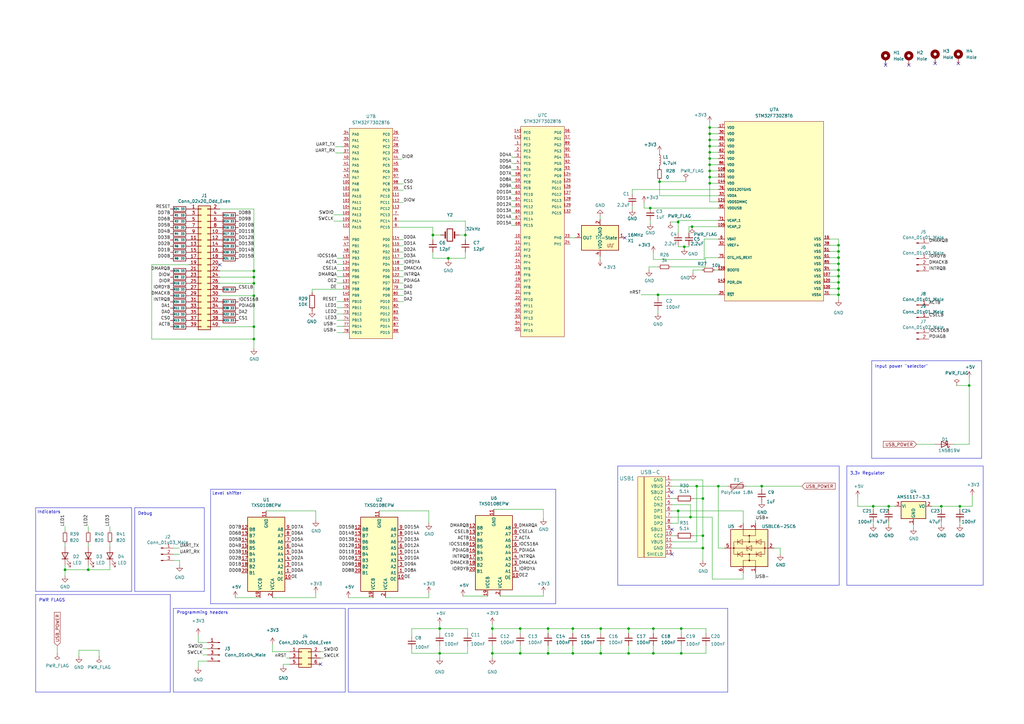
<source format=kicad_sch>
(kicad_sch (version 20230121) (generator eeschema)

  (uuid 6a0b1509-c012-4510-a014-035c14c242a7)

  (paper "A3")

  (title_block
    (title "PATA/IDE for STM32F407")
    (date "2022-11-21")
  )

  

  (junction (at 104.14 113.665) (diameter 0) (color 0 0 0 0)
    (uuid 06c1f72c-5033-431a-ab85-56663c061dbe)
  )
  (junction (at 285.75 199.39) (diameter 0) (color 0 0 0 0)
    (uuid 0744fd3c-8d11-4cf7-b56f-6701994e5cf0)
  )
  (junction (at 288.29 224.79) (diameter 0) (color 0 0 0 0)
    (uuid 0771162f-c7b8-4e84-ad3c-1e7af77d7ff5)
  )
  (junction (at 291.084 52.324) (diameter 0) (color 0 0 0 0)
    (uuid 07a31337-0c76-47a6-baf1-ae89da14415e)
  )
  (junction (at 180.34 267.97) (diameter 0) (color 0 0 0 0)
    (uuid 0ecbd14a-fa84-4d01-a328-8271e87cf23e)
  )
  (junction (at 291.084 75.184) (diameter 0) (color 0 0 0 0)
    (uuid 13435973-bb0f-4f16-aa92-bd541e96f413)
  )
  (junction (at 183.896 105.918) (diameter 0) (color 0 0 0 0)
    (uuid 1b690023-0493-4e29-8c3c-2b9416cd88cc)
  )
  (junction (at 343.916 100.584) (diameter 0) (color 0 0 0 0)
    (uuid 1f2bb67c-2d7f-472d-8e51-d82bfeeffe1b)
  )
  (junction (at 393.7 207.645) (diameter 0) (color 0 0 0 0)
    (uuid 210e4c77-5f96-4dbd-a4a2-c39c8b350ac9)
  )
  (junction (at 267.97 257.81) (diameter 0) (color 0 0 0 0)
    (uuid 21f67384-c4e8-4a93-8ffb-57a75d0b7f6a)
  )
  (junction (at 257.81 257.81) (diameter 0) (color 0 0 0 0)
    (uuid 29e9432b-2a06-4c9c-895f-b1c8ce6fe169)
  )
  (junction (at 283.21 212.09) (diameter 0) (color 0 0 0 0)
    (uuid 2acd03a9-0418-4708-90dc-28313839e38e)
  )
  (junction (at 267.97 267.97) (diameter 0) (color 0 0 0 0)
    (uuid 2fe866b5-9108-4bf0-ad1a-ecc2d62949a2)
  )
  (junction (at 104.14 121.285) (diameter 0) (color 0 0 0 0)
    (uuid 413d0a59-2fc7-4725-9fa9-1d9ef3708c53)
  )
  (junction (at 234.95 257.81) (diameter 0) (color 0 0 0 0)
    (uuid 4475aea5-fc21-4078-9947-40191a24271b)
  )
  (junction (at 291.084 54.864) (diameter 0) (color 0 0 0 0)
    (uuid 44a1011c-7c98-45f2-a710-3ecb365ebea9)
  )
  (junction (at 397.51 158.115) (diameter 0) (color 0 0 0 0)
    (uuid 44db4252-3ee8-499c-bb3b-c6c37526fd44)
  )
  (junction (at 291.084 62.484) (diameter 0) (color 0 0 0 0)
    (uuid 458a09f4-cef5-44e9-ad32-8cf649f826c7)
  )
  (junction (at 246.38 267.97) (diameter 0) (color 0 0 0 0)
    (uuid 464fa438-031c-4343-b01f-d815852b943e)
  )
  (junction (at 291.084 59.944) (diameter 0) (color 0 0 0 0)
    (uuid 4d2eced3-cf6c-487d-9ae4-afc60b6b6ff5)
  )
  (junction (at 26.67 233.68) (diameter 0) (color 0 0 0 0)
    (uuid 4d5e3894-29b7-4a8b-aa80-2e3ff95baf68)
  )
  (junction (at 288.29 219.71) (diameter 0) (color 0 0 0 0)
    (uuid 4e6ec0d6-8c17-41d7-92ea-95f48a578734)
  )
  (junction (at 343.916 108.204) (diameter 0) (color 0 0 0 0)
    (uuid 4e89e469-0df2-4b83-8d5f-c6a59c5ca79f)
  )
  (junction (at 104.14 133.985) (diameter 0) (color 0 0 0 0)
    (uuid 55d86635-ad7c-452e-bf34-62c6c54345c2)
  )
  (junction (at 269.875 120.904) (diameter 0) (color 0 0 0 0)
    (uuid 5877441a-aae1-438d-bc11-bcc31d335fa9)
  )
  (junction (at 278.13 91.059) (diameter 0) (color 0 0 0 0)
    (uuid 66ba0933-75bb-4648-8318-4bccfd23da7b)
  )
  (junction (at 201.93 257.81) (diameter 0) (color 0 0 0 0)
    (uuid 69322fea-0402-491e-934b-8781b2e23b8d)
  )
  (junction (at 278.13 209.55) (diameter 0) (color 0 0 0 0)
    (uuid 6ca017ac-39a8-4df4-8947-8ea3ee2abc7e)
  )
  (junction (at 280.67 101.219) (diameter 0) (color 0 0 0 0)
    (uuid 6edf160f-702c-463a-b3f7-7c9f1809614f)
  )
  (junction (at 279.4 257.81) (diameter 0) (color 0 0 0 0)
    (uuid 70046263-4439-4d46-91c2-d83e638946ec)
  )
  (junction (at 343.916 115.824) (diameter 0) (color 0 0 0 0)
    (uuid 730f0f9d-bacf-4ce9-95a3-d54e9cc03998)
  )
  (junction (at 294.64 199.39) (diameter 0) (color 0 0 0 0)
    (uuid 75da4fe3-f9b7-4a94-8e34-8702b383a380)
  )
  (junction (at 177.546 96.393) (diameter 0) (color 0 0 0 0)
    (uuid 78fd61e0-8316-4e0e-93fb-f0532a07733f)
  )
  (junction (at 213.36 257.81) (diameter 0) (color 0 0 0 0)
    (uuid 7a498344-8427-468e-9908-4776638319fc)
  )
  (junction (at 358.14 207.645) (diameter 0) (color 0 0 0 0)
    (uuid 7a5d5e50-fce4-4af3-b4a8-d55bdf4dd320)
  )
  (junction (at 291.084 72.644) (diameter 0) (color 0 0 0 0)
    (uuid 7b4c3d66-62a6-4f7d-8742-4e765d13cf46)
  )
  (junction (at 270.51 74.549) (diameter 0) (color 0 0 0 0)
    (uuid 7ba2a298-2f8f-45d7-8c43-3c76297572dc)
  )
  (junction (at 283.845 92.964) (diameter 0) (color 0 0 0 0)
    (uuid 7ddf9ff1-4936-4fbb-b26c-b2df87d771b0)
  )
  (junction (at 224.79 267.97) (diameter 0) (color 0 0 0 0)
    (uuid 874eac06-2c0f-46af-9dd1-44a00265a15c)
  )
  (junction (at 288.29 204.47) (diameter 0) (color 0 0 0 0)
    (uuid 8763d9ca-2ce6-4226-b385-ee3294188916)
  )
  (junction (at 201.93 267.97) (diameter 0) (color 0 0 0 0)
    (uuid 8bf2230d-42f7-4f6d-a972-05866e86e5fc)
  )
  (junction (at 36.195 233.68) (diameter 0) (color 0 0 0 0)
    (uuid 8e1e6a7e-3d61-47be-a0b6-bff97388bdd8)
  )
  (junction (at 246.38 257.81) (diameter 0) (color 0 0 0 0)
    (uuid 941b5b3c-3089-49ca-a107-e732130d0e06)
  )
  (junction (at 279.4 267.97) (diameter 0) (color 0 0 0 0)
    (uuid 94279055-0ed3-477d-8021-43043f7c31e7)
  )
  (junction (at 343.916 103.124) (diameter 0) (color 0 0 0 0)
    (uuid 95835d71-a485-4374-afc3-9e09c1779d68)
  )
  (junction (at 291.084 57.404) (diameter 0) (color 0 0 0 0)
    (uuid 9e164309-e4db-42d7-8db0-82e5b0911ee9)
  )
  (junction (at 180.34 257.81) (diameter 0) (color 0 0 0 0)
    (uuid a312e279-3a84-4262-b018-115898fb3118)
  )
  (junction (at 213.36 267.97) (diameter 0) (color 0 0 0 0)
    (uuid a5adc965-a85c-4660-a04c-4fa00ff84e44)
  )
  (junction (at 257.81 267.97) (diameter 0) (color 0 0 0 0)
    (uuid a7d65ec2-bade-483a-9ce8-52fc2f5125ce)
  )
  (junction (at 234.95 267.97) (diameter 0) (color 0 0 0 0)
    (uuid a9894205-dca0-4b06-abff-52a44444f21f)
  )
  (junction (at 343.916 105.664) (diameter 0) (color 0 0 0 0)
    (uuid aa038dbb-d723-4ba5-b90b-838a94564529)
  )
  (junction (at 291.084 67.564) (diameter 0) (color 0 0 0 0)
    (uuid ab72f571-797e-4141-aed5-adbb4686299a)
  )
  (junction (at 291.084 70.104) (diameter 0) (color 0 0 0 0)
    (uuid aec926b4-3927-4587-adbc-d6c0c2e39a4e)
  )
  (junction (at 343.916 110.744) (diameter 0) (color 0 0 0 0)
    (uuid aee0508f-796d-4d72-91cb-39ff74582698)
  )
  (junction (at 343.916 120.904) (diameter 0) (color 0 0 0 0)
    (uuid b1ac5a93-812c-4527-bd2d-225e23586090)
  )
  (junction (at 343.916 113.284) (diameter 0) (color 0 0 0 0)
    (uuid b27d7149-9cbf-4d86-8f68-e862058e431c)
  )
  (junction (at 312.42 199.39) (diameter 0) (color 0 0 0 0)
    (uuid bcf3b4ec-d1ee-4f6d-9287-f90408f583e9)
  )
  (junction (at 291.084 65.024) (diameter 0) (color 0 0 0 0)
    (uuid c3e3b2d6-faaf-4f4d-8fdb-cf63785483b0)
  )
  (junction (at 104.14 111.125) (diameter 0) (color 0 0 0 0)
    (uuid c897c464-2a29-46dd-8782-a52a54035280)
  )
  (junction (at 104.14 139.065) (diameter 0) (color 0 0 0 0)
    (uuid c8dda3cf-1ac2-4484-a1c9-12bae966b5e9)
  )
  (junction (at 104.14 116.205) (diameter 0) (color 0 0 0 0)
    (uuid d8cf0c73-b49e-4a20-9d75-5b76ec9422a9)
  )
  (junction (at 224.79 257.81) (diameter 0) (color 0 0 0 0)
    (uuid dbf2bfab-832f-4174-82d2-7f727964785d)
  )
  (junction (at 386.08 207.645) (diameter 0) (color 0 0 0 0)
    (uuid e01767ae-ca30-4f4c-8cba-b37e9bd6c75d)
  )
  (junction (at 364.49 207.645) (diameter 0) (color 0 0 0 0)
    (uuid e38a792c-0fcf-419e-95df-8557b4a5d2e4)
  )
  (junction (at 266.7 85.344) (diameter 0) (color 0 0 0 0)
    (uuid e4a355cd-7cc9-4ed1-8fd5-aa61bea9b304)
  )
  (junction (at 190.881 96.393) (diameter 0) (color 0 0 0 0)
    (uuid ea9a292f-b205-4180-86a1-442bc1ba4cab)
  )
  (junction (at 343.916 118.364) (diameter 0) (color 0 0 0 0)
    (uuid fe408215-59cb-4c4f-8add-8c8016c628c4)
  )

  (no_connect (at 363.22 26.67) (uuid 0fb4c35b-5700-47ad-924b-1ec42fba396d))
  (no_connect (at 372.745 26.67) (uuid 15b4123f-c1ad-473f-8f27-6ddfe1371711))
  (no_connect (at 256.286 97.536) (uuid 23964d45-3a33-4638-9532-c02fcee7795d))
  (no_connect (at 383.54 26.035) (uuid 3374e243-69a5-4039-b972-e0b0f83b4864))
  (no_connect (at 131.445 272.415) (uuid 4cf65508-f841-4110-ad93-f9fa0c32e9be))
  (no_connect (at 275.59 217.17) (uuid 7f1bcc07-391e-4734-8825-4dbe78fe58e1))
  (no_connect (at 90.17 108.585) (uuid 9e2c97c5-1ce0-4a8b-b6c9-7be13f57208f))
  (no_connect (at 275.59 201.93) (uuid d2eb5fe7-afb3-4f9a-8cec-8dad54d638f5))
  (no_connect (at 393.065 26.035) (uuid e585fd70-13c2-4a36-8618-47784e6bf19c))
  (no_connect (at 275.59 227.33) (uuid f04b9f23-ddeb-4de2-befe-d27072497a37))

  (wire (pts (xy 343.916 98.044) (xy 343.916 100.584))
    (stroke (width 0) (type default))
    (uuid 001d5f3d-bdb2-43cb-92eb-e33dda272bbd)
  )
  (wire (pts (xy 294.64 57.404) (xy 291.084 57.404))
    (stroke (width 0) (type default))
    (uuid 00206535-2493-4ecb-8cbd-42c696b85106)
  )
  (wire (pts (xy 358.14 213.995) (xy 358.14 215.265))
    (stroke (width 0) (type default))
    (uuid 00f9745a-4936-40a1-b7d5-cbbade4827b8)
  )
  (wire (pts (xy 393.7 213.995) (xy 393.7 215.265))
    (stroke (width 0) (type default))
    (uuid 0104b81d-650b-44f3-9520-4592963c1d4d)
  )
  (wire (pts (xy 291.084 52.324) (xy 291.084 50.292))
    (stroke (width 0) (type default))
    (uuid 024c5f88-962b-4f9f-9f51-7ac13b359ccb)
  )
  (wire (pts (xy 291.084 67.564) (xy 291.084 65.024))
    (stroke (width 0) (type default))
    (uuid 02548589-3bce-4c4a-ac4b-622f08426d6e)
  )
  (wire (pts (xy 280.67 101.219) (xy 282.575 101.219))
    (stroke (width 0) (type default))
    (uuid 0309c2d1-a0db-43d7-a366-4f2f19eeab21)
  )
  (wire (pts (xy 155.575 209.55) (xy 175.895 209.55))
    (stroke (width 0) (type default))
    (uuid 04973f52-fa4f-49bb-a595-4f4bbad924e1)
  )
  (polyline (pts (xy 86.36 247.65) (xy 86.36 200.66))
    (stroke (width 0) (type default))
    (uuid 05e2d68b-5a22-429b-8e1f-c7ce12ad5afc)
  )

  (wire (pts (xy 191.77 257.81) (xy 191.77 259.715))
    (stroke (width 0) (type default))
    (uuid 061103d9-ff8a-4a3a-9be6-a66af9870472)
  )
  (wire (pts (xy 340.36 108.204) (xy 343.916 108.204))
    (stroke (width 0) (type default))
    (uuid 066ad863-0681-4430-bc12-54cafa806d4e)
  )
  (wire (pts (xy 224.79 257.81) (xy 224.79 259.715))
    (stroke (width 0) (type default))
    (uuid 08bbba76-e8a3-4b72-bda5-2f3e4aae9da2)
  )
  (wire (pts (xy 180.34 259.715) (xy 180.34 257.81))
    (stroke (width 0) (type default))
    (uuid 09496cbb-d5af-46e1-b17e-81509a379bb8)
  )
  (wire (pts (xy 269.875 120.904) (xy 269.875 122.174))
    (stroke (width 0) (type default))
    (uuid 09601cec-83b5-418a-8ffb-a133872963f7)
  )
  (wire (pts (xy 246.38 257.81) (xy 257.81 257.81))
    (stroke (width 0) (type default))
    (uuid 09a4f33e-669f-4b21-b0d1-49e347e1ae20)
  )
  (wire (pts (xy 340.36 118.364) (xy 343.916 118.364))
    (stroke (width 0) (type default))
    (uuid 0a7726bd-af49-4282-afbc-91de8b8d6003)
  )
  (wire (pts (xy 288.798 98.044) (xy 288.798 106.426))
    (stroke (width 0) (type default))
    (uuid 0c22ad81-2ad4-4604-bacc-648d6ff1ab08)
  )
  (wire (pts (xy 191.77 264.795) (xy 191.77 267.97))
    (stroke (width 0) (type default))
    (uuid 0ca72592-6f96-4389-974b-dedc815bbd98)
  )
  (wire (pts (xy 275.59 204.47) (xy 276.86 204.47))
    (stroke (width 0) (type default))
    (uuid 0d2875f6-e934-4f30-be06-f8ded88229ee)
  )
  (wire (pts (xy 201.93 257.81) (xy 201.93 259.715))
    (stroke (width 0) (type default))
    (uuid 0f2caa97-a442-407d-ba41-e793c1504286)
  )
  (wire (pts (xy 131.445 267.335) (xy 132.715 267.335))
    (stroke (width 0) (type default))
    (uuid 121c3de7-bb19-4d6b-a0dc-77ffcc518aa9)
  )
  (wire (pts (xy 104.14 133.985) (xy 104.14 139.065))
    (stroke (width 0) (type default))
    (uuid 1285ff37-795a-49ce-a644-58af5a813b5c)
  )
  (wire (pts (xy 278.13 100.584) (xy 278.13 101.219))
    (stroke (width 0) (type default))
    (uuid 12904004-10e4-40dc-90e5-116e1f9581e9)
  )
  (wire (pts (xy 209.804 89.916) (xy 211.074 89.916))
    (stroke (width 0) (type default))
    (uuid 13e193bf-324f-4f67-9d25-0c147bae9050)
  )
  (wire (pts (xy 71.12 224.79) (xy 73.66 224.79))
    (stroke (width 0) (type default))
    (uuid 141ebe84-3d5c-43cc-9ba9-38d2093510ab)
  )
  (wire (pts (xy 209.804 87.376) (xy 211.074 87.376))
    (stroke (width 0) (type default))
    (uuid 14b3875b-7a1d-44bb-ad12-07c5c6e2b093)
  )
  (wire (pts (xy 140.716 133.858) (xy 138.176 133.858))
    (stroke (width 0) (type default))
    (uuid 167494a5-10fb-482e-8eba-a3414424ae6e)
  )
  (wire (pts (xy 288.29 224.79) (xy 288.29 229.87))
    (stroke (width 0) (type default))
    (uuid 18a85c71-f0a8-4f5e-92fc-a318e8d03eaa)
  )
  (wire (pts (xy 140.716 131.318) (xy 138.176 131.318))
    (stroke (width 0) (type default))
    (uuid 19543689-610e-40ef-be33-fb2d0513bc01)
  )
  (wire (pts (xy 234.95 257.81) (xy 234.95 259.715))
    (stroke (width 0) (type default))
    (uuid 195c78b1-ad63-4727-a6eb-dc24234aca7b)
  )
  (wire (pts (xy 375.92 182.245) (xy 383.54 182.245))
    (stroke (width 0) (type default))
    (uuid 19a93d6c-bcde-45db-8006-83bc97aa0806)
  )
  (wire (pts (xy 90.17 85.725) (xy 104.14 85.725))
    (stroke (width 0) (type default))
    (uuid 1a73e168-3f1c-4628-b602-161f10192054)
  )
  (wire (pts (xy 358.14 208.915) (xy 358.14 207.645))
    (stroke (width 0) (type default))
    (uuid 1a8b271d-73b5-4938-947f-566d9abcfad8)
  )
  (polyline (pts (xy 71.12 249.555) (xy 71.12 283.845))
    (stroke (width 0) (type default))
    (uuid 1af52a26-db4c-4f55-ac10-9c9ff13a157a)
  )
  (polyline (pts (xy 402.59 187.96) (xy 400.685 187.96))
    (stroke (width 0) (type default))
    (uuid 1c7d6348-e8b8-4e6b-8c05-9868efdccfc8)
  )

  (wire (pts (xy 278.13 209.55) (xy 304.8 209.55))
    (stroke (width 0) (type default))
    (uuid 1c848699-37f3-4b98-be91-6d62503046d2)
  )
  (wire (pts (xy 294.64 52.324) (xy 291.084 52.324))
    (stroke (width 0) (type default))
    (uuid 1cdd2760-2210-40ab-aa94-1852e7d1dc41)
  )
  (wire (pts (xy 201.93 257.81) (xy 213.36 257.81))
    (stroke (width 0) (type default))
    (uuid 1dbbef45-00da-4845-9bf6-431a0202438b)
  )
  (wire (pts (xy 26.67 215.9) (xy 26.67 217.805))
    (stroke (width 0) (type default))
    (uuid 200cb5d0-33b7-463e-b19f-a65c9de1afa1)
  )
  (wire (pts (xy 282.575 101.219) (xy 282.575 100.584))
    (stroke (width 0) (type default))
    (uuid 228db50b-5d23-4c8e-9223-749ec76fbea7)
  )
  (wire (pts (xy 36.195 233.68) (xy 36.195 231.775))
    (stroke (width 0) (type default))
    (uuid 23ac7723-e5f5-4810-9dbb-0773f7fd1f3f)
  )
  (polyline (pts (xy 53.975 208.28) (xy 53.975 242.57))
    (stroke (width 0) (type default))
    (uuid 264bd1e8-fbc0-43d9-95ab-e6e6d69d39e0)
  )

  (wire (pts (xy 294.64 75.184) (xy 291.084 75.184))
    (stroke (width 0) (type default))
    (uuid 2730a325-97a9-49c6-b4e8-b6024e30eee8)
  )
  (wire (pts (xy 209.804 69.596) (xy 211.074 69.596))
    (stroke (width 0) (type default))
    (uuid 28866ef7-8460-4d33-9116-f603fb74389e)
  )
  (wire (pts (xy 140.716 128.778) (xy 138.176 128.778))
    (stroke (width 0) (type default))
    (uuid 28db76e1-b35f-43d5-962d-57a8df5db663)
  )
  (wire (pts (xy 165.481 105.918) (xy 163.576 105.918))
    (stroke (width 0) (type default))
    (uuid 2a3622fd-fcb4-4a37-84b8-826a48626a78)
  )
  (wire (pts (xy 234.95 257.81) (xy 246.38 257.81))
    (stroke (width 0) (type default))
    (uuid 2a5fe151-6d26-4788-adc5-ad732bfe70ed)
  )
  (wire (pts (xy 343.916 113.284) (xy 343.916 115.824))
    (stroke (width 0) (type default))
    (uuid 2b004475-32eb-4b96-8774-33534ea82264)
  )
  (wire (pts (xy 224.79 267.97) (xy 234.95 267.97))
    (stroke (width 0) (type default))
    (uuid 2bb66d32-05e1-4301-90d4-f0a3249b925b)
  )
  (wire (pts (xy 26.67 233.68) (xy 36.195 233.68))
    (stroke (width 0) (type default))
    (uuid 2bee96bb-d6aa-41c6-bc7a-480d6a3b6c6e)
  )
  (wire (pts (xy 279.4 257.81) (xy 289.56 257.81))
    (stroke (width 0) (type default))
    (uuid 2c013b69-165a-4bfd-bad0-f9c577d63f55)
  )
  (wire (pts (xy 282.575 92.964) (xy 283.845 92.964))
    (stroke (width 0) (type default))
    (uuid 2ef5ecae-c2b5-45ad-b8ce-aa7426dff493)
  )
  (polyline (pts (xy 141.605 249.555) (xy 141.605 283.845))
    (stroke (width 0) (type default))
    (uuid 2f0fbee1-f278-40fc-96d6-23f5dfa6bbd4)
  )

  (wire (pts (xy 158.115 245.11) (xy 175.895 245.11))
    (stroke (width 0) (type default))
    (uuid 2f2a45e0-b7c7-4cd3-9279-e3de3c15afb0)
  )
  (wire (pts (xy 374.65 215.265) (xy 374.65 216.535))
    (stroke (width 0) (type default))
    (uuid 31ff90ca-461a-46d6-923d-55edb1ce52bf)
  )
  (wire (pts (xy 291.084 82.804) (xy 291.084 75.184))
    (stroke (width 0) (type default))
    (uuid 326909d3-ff5f-4af6-8038-4924d51c1a32)
  )
  (wire (pts (xy 180.34 257.81) (xy 191.77 257.81))
    (stroke (width 0) (type default))
    (uuid 32d9a46f-a2da-4897-a74b-8414a2b5dd34)
  )
  (wire (pts (xy 293.116 110.744) (xy 294.64 110.744))
    (stroke (width 0) (type default))
    (uuid 32dc7ccf-fcc6-4fd9-a004-5e2bda2b79e1)
  )
  (polyline (pts (xy 141.605 283.845) (xy 71.12 283.845))
    (stroke (width 0) (type default))
    (uuid 344ba8c6-003b-4a74-a10f-a67d0c4c8dc1)
  )
  (polyline (pts (xy 253.365 240.03) (xy 344.17 240.03))
    (stroke (width 0) (type default))
    (uuid 354f0a00-794d-45c2-9f36-55702b6cee2b)
  )

  (wire (pts (xy 234.95 267.97) (xy 246.38 267.97))
    (stroke (width 0) (type default))
    (uuid 354f72a6-b245-4ca7-83e5-c96bb30e3e38)
  )
  (wire (pts (xy 104.14 116.205) (xy 104.14 121.285))
    (stroke (width 0) (type default))
    (uuid 3557faa0-a95e-45ac-aa33-9187ed4d495b)
  )
  (wire (pts (xy 246.126 106.426) (xy 246.126 105.156))
    (stroke (width 0) (type default))
    (uuid 37dda214-c319-4569-be74-b468107ac112)
  )
  (polyline (pts (xy 55.245 242.57) (xy 83.82 242.57))
    (stroke (width 0) (type default))
    (uuid 38294b37-eaae-4bac-9871-c6cee8609440)
  )

  (wire (pts (xy 274.955 91.059) (xy 278.13 91.059))
    (stroke (width 0) (type default))
    (uuid 393c3943-7b41-4263-9e99-291f7d5d5cdd)
  )
  (wire (pts (xy 90.17 116.205) (xy 104.14 116.205))
    (stroke (width 0) (type default))
    (uuid 3a0f78d6-22a0-4780-9451-e6de5909db2f)
  )
  (wire (pts (xy 106.68 245.11) (xy 96.52 245.11))
    (stroke (width 0) (type default))
    (uuid 3a3a7dda-8009-4876-b1fc-16762611e6f5)
  )
  (wire (pts (xy 246.38 267.97) (xy 257.81 267.97))
    (stroke (width 0) (type default))
    (uuid 3a583a5e-c998-405b-b43a-4e322ca24efc)
  )
  (wire (pts (xy 165.481 108.458) (xy 163.576 108.458))
    (stroke (width 0) (type default))
    (uuid 3afbf8a7-e706-45ac-947b-b661a1368d1c)
  )
  (wire (pts (xy 90.17 113.665) (xy 104.14 113.665))
    (stroke (width 0) (type default))
    (uuid 3d6ef5e7-f3fc-4694-9150-65489df69522)
  )
  (wire (pts (xy 213.36 264.795) (xy 213.36 267.97))
    (stroke (width 0) (type default))
    (uuid 3de346fc-b7dc-4c53-a876-ab5786078e15)
  )
  (wire (pts (xy 168.91 267.97) (xy 168.91 266.065))
    (stroke (width 0) (type default))
    (uuid 3e01c9a6-290b-4b6e-b5a5-5e86df517488)
  )
  (polyline (pts (xy 142.875 249.555) (xy 298.45 249.555))
    (stroke (width 0) (type default))
    (uuid 3e027189-3589-43e7-be89-0b6e7d1b7871)
  )

  (wire (pts (xy 364.49 213.995) (xy 364.49 215.265))
    (stroke (width 0) (type default))
    (uuid 3ed92f35-0cfd-4a03-9bf3-63cf60211b1b)
  )
  (wire (pts (xy 278.13 101.219) (xy 280.67 101.219))
    (stroke (width 0) (type default))
    (uuid 3fccf69b-79a2-4888-9588-d54a9588ec20)
  )
  (wire (pts (xy 283.845 92.964) (xy 294.64 92.964))
    (stroke (width 0) (type default))
    (uuid 3fe559b4-e248-4553-b40d-3a606157ede8)
  )
  (wire (pts (xy 190.881 96.393) (xy 190.881 98.298))
    (stroke (width 0) (type default))
    (uuid 40d5e796-35df-48b9-96db-6ebb4302c979)
  )
  (wire (pts (xy 163.576 65.278) (xy 164.846 65.278))
    (stroke (width 0) (type default))
    (uuid 40ee6174-f3f1-4daf-beef-42cc348fee0d)
  )
  (wire (pts (xy 163.576 90.678) (xy 190.881 90.678))
    (stroke (width 0) (type default))
    (uuid 41f63499-72bf-4ee9-ad89-c5813615fea7)
  )
  (wire (pts (xy 340.36 120.904) (xy 343.916 120.904))
    (stroke (width 0) (type default))
    (uuid 4267cc3a-8049-4b4c-8f94-9f628388cac0)
  )
  (wire (pts (xy 257.81 257.81) (xy 267.97 257.81))
    (stroke (width 0) (type default))
    (uuid 42d22bc1-a3c4-4f5c-9059-cba2cf9d9566)
  )
  (wire (pts (xy 398.78 203.2) (xy 398.78 207.645))
    (stroke (width 0) (type default))
    (uuid 439d85e0-7be4-402a-905a-327291586bef)
  )
  (wire (pts (xy 163.576 93.218) (xy 177.546 93.218))
    (stroke (width 0) (type default))
    (uuid 4467e52c-9661-4278-90f9-d8209394461b)
  )
  (wire (pts (xy 129.54 245.11) (xy 111.76 245.11))
    (stroke (width 0) (type default))
    (uuid 44a5aeab-34df-4569-ad99-d79b0576cd67)
  )
  (wire (pts (xy 264.16 83.058) (xy 264.16 85.344))
    (stroke (width 0) (type default))
    (uuid 4642941e-091c-4a26-a2d3-2f88b94514dd)
  )
  (wire (pts (xy 140.716 110.998) (xy 138.176 110.998))
    (stroke (width 0) (type default))
    (uuid 4675b069-6855-463f-b0d1-9633ba913929)
  )
  (wire (pts (xy 340.36 110.744) (xy 343.916 110.744))
    (stroke (width 0) (type default))
    (uuid 475e4458-1052-4d87-b582-92dc81d3213e)
  )
  (wire (pts (xy 266.192 110.744) (xy 266.192 109.474))
    (stroke (width 0) (type default))
    (uuid 4790fc35-becd-4797-854f-053cd2eaf2fc)
  )
  (wire (pts (xy 111.76 267.335) (xy 118.745 267.335))
    (stroke (width 0) (type default))
    (uuid 47d4ffb1-f25d-4489-bc30-c9ed386fb856)
  )
  (wire (pts (xy 180.34 267.97) (xy 180.34 269.875))
    (stroke (width 0) (type default))
    (uuid 4b4d744d-4beb-44ad-967b-f3e599f821cc)
  )
  (wire (pts (xy 259.334 77.724) (xy 259.334 79.502))
    (stroke (width 0) (type default))
    (uuid 4cabdf20-79e4-498b-8bbd-6a6cec5506e6)
  )
  (wire (pts (xy 246.38 264.795) (xy 246.38 267.97))
    (stroke (width 0) (type default))
    (uuid 4df6cff0-cdeb-4bb5-a2b2-d8fd9f4d9460)
  )
  (wire (pts (xy 291.084 59.944) (xy 291.084 57.404))
    (stroke (width 0) (type default))
    (uuid 4e303921-661a-4814-b291-783691246c57)
  )
  (wire (pts (xy 23.495 264.795) (xy 23.495 267.97))
    (stroke (width 0) (type default))
    (uuid 4eab3d21-afb6-4f13-a85d-638c84d01452)
  )
  (polyline (pts (xy 14.605 283.845) (xy 69.85 283.845))
    (stroke (width 0) (type default))
    (uuid 4ed302ea-99d0-4536-bc28-50b67d2ec7dc)
  )

  (wire (pts (xy 168.91 260.985) (xy 168.91 257.81))
    (stroke (width 0) (type default))
    (uuid 4f7ca5f3-0359-4665-8019-89f79617b56a)
  )
  (wire (pts (xy 294.64 77.724) (xy 259.334 77.724))
    (stroke (width 0) (type default))
    (uuid 4fd1edc8-0a70-48d8-a113-d157c6c0d73c)
  )
  (wire (pts (xy 71.12 227.33) (xy 73.66 227.33))
    (stroke (width 0) (type default))
    (uuid 4ffed0e0-6cf7-40d1-815d-c36517faa150)
  )
  (wire (pts (xy 343.916 103.124) (xy 343.916 105.664))
    (stroke (width 0) (type default))
    (uuid 51374fca-1eac-47fc-815b-6ea2335f5903)
  )
  (wire (pts (xy 393.7 207.645) (xy 398.78 207.645))
    (stroke (width 0) (type default))
    (uuid 5144cbbc-9f50-4651-89cc-44b8d3f974c1)
  )
  (wire (pts (xy 140.716 136.398) (xy 138.176 136.398))
    (stroke (width 0) (type default))
    (uuid 53829a5a-cd61-4bce-b16b-12b400f9ba8a)
  )
  (wire (pts (xy 267.97 267.97) (xy 279.4 267.97))
    (stroke (width 0) (type default))
    (uuid 53c82ef2-c3dc-4a29-aebc-843fbb5b248e)
  )
  (wire (pts (xy 291.084 54.864) (xy 291.084 52.324))
    (stroke (width 0) (type default))
    (uuid 53dca093-506a-4559-9cb6-d9c25d8f31f3)
  )
  (wire (pts (xy 343.916 110.744) (xy 343.916 113.284))
    (stroke (width 0) (type default))
    (uuid 54008b1e-1d3a-4340-bbb5-fb9476914bbf)
  )
  (wire (pts (xy 289.56 267.97) (xy 289.56 264.795))
    (stroke (width 0) (type default))
    (uuid 572f1cc9-fa20-43bd-80b0-f2f80a977848)
  )
  (wire (pts (xy 36.195 233.68) (xy 45.085 233.68))
    (stroke (width 0) (type default))
    (uuid 5738197f-9c84-4ac8-8384-d1f6e8b86b9c)
  )
  (wire (pts (xy 26.67 222.885) (xy 26.67 224.155))
    (stroke (width 0) (type default))
    (uuid 59c832d1-abfb-4d1f-97b6-2508e41164e5)
  )
  (wire (pts (xy 180.34 257.81) (xy 168.91 257.81))
    (stroke (width 0) (type default))
    (uuid 5a1ca7fd-2ec4-4a65-a741-6f7a2cc4d78d)
  )
  (wire (pts (xy 343.916 115.824) (xy 343.916 118.364))
    (stroke (width 0) (type default))
    (uuid 5b4a7b19-e27d-4aff-9ea6-3831c5f6d185)
  )
  (wire (pts (xy 165.481 118.618) (xy 163.576 118.618))
    (stroke (width 0) (type default))
    (uuid 5bc2cabe-188f-492d-a61b-ed2fe683ad3b)
  )
  (wire (pts (xy 275.59 207.01) (xy 283.21 207.01))
    (stroke (width 0) (type default))
    (uuid 5bf8536c-c515-40b8-99b2-c280dbeb2ba9)
  )
  (wire (pts (xy 26.67 231.775) (xy 26.67 233.68))
    (stroke (width 0) (type default))
    (uuid 5c0eadf6-a600-4b2f-8d53-6e41cd589382)
  )
  (wire (pts (xy 209.804 84.836) (xy 211.074 84.836))
    (stroke (width 0) (type default))
    (uuid 5d065267-5031-441f-8925-c5565585fbbd)
  )
  (polyline (pts (xy 349.25 191.135) (xy 403.225 191.135))
    (stroke (width 0) (type default))
    (uuid 5d921de7-5122-4126-804a-6470f172777e)
  )
  (polyline (pts (xy 142.875 283.845) (xy 298.45 283.845))
    (stroke (width 0) (type default))
    (uuid 5eba8eb1-5d7a-4b0d-9b8f-78a89da843c8)
  )

  (wire (pts (xy 275.59 196.85) (xy 288.29 196.85))
    (stroke (width 0) (type default))
    (uuid 5f618c72-3641-4594-98a1-27c94bf3b4fe)
  )
  (wire (pts (xy 201.93 255.905) (xy 201.93 257.81))
    (stroke (width 0) (type default))
    (uuid 60195a8e-b0fa-4688-a8dd-cb6babd05c7c)
  )
  (wire (pts (xy 45.085 215.9) (xy 45.085 217.805))
    (stroke (width 0) (type default))
    (uuid 605a35e6-380e-4dc7-89ca-64438b36406b)
  )
  (wire (pts (xy 282.575 95.504) (xy 282.575 92.964))
    (stroke (width 0) (type default))
    (uuid 60b7efd8-5657-45e5-a817-6925d8ddfa1e)
  )
  (wire (pts (xy 269.875 127.254) (xy 269.875 128.524))
    (stroke (width 0) (type default))
    (uuid 610335b5-5fa4-468b-b360-5ac6aaaabaa9)
  )
  (wire (pts (xy 200.025 244.475) (xy 189.865 244.475))
    (stroke (width 0) (type default))
    (uuid 62c04150-79d0-4ae0-8a2b-f20c67427ae7)
  )
  (wire (pts (xy 292.1 237.49) (xy 304.8 237.49))
    (stroke (width 0) (type default))
    (uuid 63c422a1-c4eb-41ff-a157-467389e11cc6)
  )
  (wire (pts (xy 340.36 100.584) (xy 343.916 100.584))
    (stroke (width 0) (type default))
    (uuid 64f0a668-6aca-4e0b-ada5-4214b2b6f981)
  )
  (wire (pts (xy 180.34 267.97) (xy 168.91 267.97))
    (stroke (width 0) (type default))
    (uuid 651c9f54-641d-4c51-8040-e1082d29243e)
  )
  (wire (pts (xy 304.8 237.49) (xy 304.8 234.95))
    (stroke (width 0) (type default))
    (uuid 65dafd6c-6a69-401e-b25b-292a3e98224d)
  )
  (wire (pts (xy 294.64 98.044) (xy 288.798 98.044))
    (stroke (width 0) (type default))
    (uuid 6601beec-1a04-4ede-a762-0f02330a4514)
  )
  (wire (pts (xy 177.546 103.378) (xy 177.546 105.918))
    (stroke (width 0) (type default))
    (uuid 6613505b-91fb-46a7-a5dc-a3504f06330d)
  )
  (wire (pts (xy 386.08 213.995) (xy 386.08 215.265))
    (stroke (width 0) (type default))
    (uuid 66e51c2d-001f-4fba-bd92-919010d7553f)
  )
  (wire (pts (xy 117.475 269.875) (xy 118.745 269.875))
    (stroke (width 0) (type default))
    (uuid 6813f0cf-a55b-4331-8011-6fd0ef205fee)
  )
  (wire (pts (xy 104.14 139.065) (xy 104.14 142.875))
    (stroke (width 0) (type default))
    (uuid 683683a7-853d-433a-b804-0b68d3399513)
  )
  (wire (pts (xy 275.59 224.79) (xy 288.29 224.79))
    (stroke (width 0) (type default))
    (uuid 686e5367-bfaf-47b1-ab57-f0a07d21225c)
  )
  (polyline (pts (xy 227.965 200.66) (xy 227.965 247.65))
    (stroke (width 0) (type default))
    (uuid 68e6db59-130b-418a-ac56-d240a85373c3)
  )

  (wire (pts (xy 177.546 93.218) (xy 177.546 96.393))
    (stroke (width 0) (type default))
    (uuid 69223820-abc2-469f-8d35-e0549980364c)
  )
  (wire (pts (xy 285.75 199.39) (xy 285.75 222.25))
    (stroke (width 0) (type default))
    (uuid 6a880e26-ea02-4bd1-9457-6af47b28a0f2)
  )
  (wire (pts (xy 294.64 67.564) (xy 291.084 67.564))
    (stroke (width 0) (type default))
    (uuid 6b848b69-f173-4bbd-8f0b-9f36bd056117)
  )
  (polyline (pts (xy 347.345 191.135) (xy 349.25 191.135))
    (stroke (width 0) (type default))
    (uuid 6bdc4867-d99f-465b-a62d-e08bef7bb199)
  )

  (wire (pts (xy 163.576 75.438) (xy 165.481 75.438))
    (stroke (width 0) (type default))
    (uuid 6c54f8dc-59fb-4285-b56c-36aef09813a6)
  )
  (wire (pts (xy 201.93 264.795) (xy 201.93 267.97))
    (stroke (width 0) (type default))
    (uuid 6c7ae56a-ac91-45ab-b9b9-1b080edb8f04)
  )
  (wire (pts (xy 264.16 85.344) (xy 266.7 85.344))
    (stroke (width 0) (type default))
    (uuid 6e69597c-1068-490c-923c-d51758150029)
  )
  (wire (pts (xy 83.185 268.605) (xy 85.09 268.605))
    (stroke (width 0) (type default))
    (uuid 6f08566a-49a8-46bd-83eb-00de06a6e4a6)
  )
  (wire (pts (xy 213.36 257.81) (xy 224.79 257.81))
    (stroke (width 0) (type default))
    (uuid 70354aad-2610-4188-853f-cda54cc04156)
  )
  (wire (pts (xy 201.93 267.97) (xy 213.36 267.97))
    (stroke (width 0) (type default))
    (uuid 70e56911-7783-422b-92a6-eb2c404806ff)
  )
  (wire (pts (xy 275.59 219.71) (xy 276.86 219.71))
    (stroke (width 0) (type default))
    (uuid 71be9078-a9e6-4c21-a561-38c03da9f2f2)
  )
  (wire (pts (xy 165.481 103.378) (xy 163.576 103.378))
    (stroke (width 0) (type default))
    (uuid 71ca7d65-23d6-45ad-a47b-9e8bb589bccb)
  )
  (polyline (pts (xy 53.975 242.57) (xy 14.605 242.57))
    (stroke (width 0) (type default))
    (uuid 72372c09-3fc4-4105-8aff-aff28134cff7)
  )
  (polyline (pts (xy 253.365 191.135) (xy 344.17 191.135))
    (stroke (width 0) (type default))
    (uuid 72f49e47-f781-4193-bdb5-5741bd124ac1)
  )

  (wire (pts (xy 163.576 83.058) (xy 165.481 83.058))
    (stroke (width 0) (type default))
    (uuid 72faa115-97eb-4d7b-85f3-c2d9db0d8d41)
  )
  (polyline (pts (xy 347.345 191.135) (xy 347.345 240.03))
    (stroke (width 0) (type default))
    (uuid 73a6f74d-8a47-457d-8ff7-15c8833b64c7)
  )
  (polyline (pts (xy 298.45 283.845) (xy 298.45 249.555))
    (stroke (width 0) (type default))
    (uuid 73ebe2cd-ac02-4079-8791-5d126fcab2b9)
  )

  (wire (pts (xy 270.51 74.549) (xy 281.305 74.549))
    (stroke (width 0) (type default))
    (uuid 74cead42-44c3-45c2-913c-0c42aec23b02)
  )
  (wire (pts (xy 177.546 98.298) (xy 177.546 96.393))
    (stroke (width 0) (type default))
    (uuid 74edf7c0-1303-4640-92c0-abe9dbc2e525)
  )
  (polyline (pts (xy 347.345 240.03) (xy 403.225 240.03))
    (stroke (width 0) (type default))
    (uuid 756f4d83-94bf-4863-9268-fc20d0fea853)
  )
  (polyline (pts (xy 55.245 208.28) (xy 55.245 242.57))
    (stroke (width 0) (type default))
    (uuid 75cdad85-b6f4-4791-9c56-27ab225161fb)
  )

  (wire (pts (xy 140.716 116.078) (xy 138.176 116.078))
    (stroke (width 0) (type default))
    (uuid 7620efe9-8b1d-4e2c-b278-ddf60e858bb1)
  )
  (wire (pts (xy 275.59 222.25) (xy 285.75 222.25))
    (stroke (width 0) (type default))
    (uuid 775372e0-258e-4676-9704-7e387ec94a6d)
  )
  (wire (pts (xy 279.4 257.81) (xy 279.4 259.715))
    (stroke (width 0) (type default))
    (uuid 778810d9-d0c3-436d-a0a7-d054df6a8613)
  )
  (wire (pts (xy 90.17 111.125) (xy 104.14 111.125))
    (stroke (width 0) (type default))
    (uuid 7a874b34-dce5-4c39-b2ed-d3101ffc1be7)
  )
  (wire (pts (xy 165.481 116.078) (xy 163.576 116.078))
    (stroke (width 0) (type default))
    (uuid 7ab49503-9e7f-4360-a9dd-0b0b37da503e)
  )
  (wire (pts (xy 397.51 154.94) (xy 397.51 158.115))
    (stroke (width 0) (type default))
    (uuid 7b3013c9-6737-4a19-9880-9a5b757e3b88)
  )
  (wire (pts (xy 393.7 208.915) (xy 393.7 207.645))
    (stroke (width 0) (type default))
    (uuid 7b754137-127d-4e63-9aff-3bb1b0ef22cb)
  )
  (wire (pts (xy 340.36 115.824) (xy 343.916 115.824))
    (stroke (width 0) (type default))
    (uuid 7ba6b9d1-b0a9-4bbd-8b12-b91354e887ab)
  )
  (wire (pts (xy 289.306 105.664) (xy 294.64 105.664))
    (stroke (width 0) (type default))
    (uuid 7d16720b-2d47-4f78-9124-e86003ed2526)
  )
  (wire (pts (xy 266.192 109.474) (xy 270.002 109.474))
    (stroke (width 0) (type default))
    (uuid 7d327a33-ef85-4a9e-aa1c-d4869dfa7bf2)
  )
  (wire (pts (xy 351.79 203.835) (xy 351.79 207.645))
    (stroke (width 0) (type default))
    (uuid 7d5aa525-6058-47de-bf0b-35ce8b7b209d)
  )
  (wire (pts (xy 382.27 207.645) (xy 386.08 207.645))
    (stroke (width 0) (type default))
    (uuid 7d729929-f43f-4b41-a687-e6a3c2346e86)
  )
  (wire (pts (xy 288.29 204.47) (xy 288.29 219.71))
    (stroke (width 0) (type default))
    (uuid 7d89516d-59d8-439f-8470-53664f550233)
  )
  (wire (pts (xy 140.716 60.198) (xy 137.541 60.198))
    (stroke (width 0) (type default))
    (uuid 7df98f36-6972-4fe5-ab9b-e53f116b237e)
  )
  (wire (pts (xy 140.716 113.538) (xy 138.176 113.538))
    (stroke (width 0) (type default))
    (uuid 7f1983fe-f5b6-4d7f-95fb-dc6078d31b44)
  )
  (wire (pts (xy 165.481 100.838) (xy 163.576 100.838))
    (stroke (width 0) (type default))
    (uuid 7fa9b236-131b-4513-959e-d1d9756c3e60)
  )
  (wire (pts (xy 104.14 113.665) (xy 104.14 116.205))
    (stroke (width 0) (type default))
    (uuid 8037e0f6-b8af-44aa-a2a7-13e7c1ae1071)
  )
  (polyline (pts (xy 357.505 187.96) (xy 357.505 147.955))
    (stroke (width 0) (type default))
    (uuid 80d573e6-863b-4f3e-88e6-8ab6f5980994)
  )

  (wire (pts (xy 397.51 158.115) (xy 397.51 182.245))
    (stroke (width 0) (type default))
    (uuid 81536e26-5af0-4c4f-aed4-057a840dd4a8)
  )
  (wire (pts (xy 340.36 105.664) (xy 343.916 105.664))
    (stroke (width 0) (type default))
    (uuid 82312975-daa2-459e-a9ae-b76eadc531c5)
  )
  (wire (pts (xy 291.084 57.404) (xy 291.084 54.864))
    (stroke (width 0) (type default))
    (uuid 833f9739-6963-4313-b7d8-f1005ed7766a)
  )
  (wire (pts (xy 71.12 229.87) (xy 73.66 229.87))
    (stroke (width 0) (type default))
    (uuid 842bf267-c06e-43a8-89b0-cafa2bb90db4)
  )
  (wire (pts (xy 270.51 68.199) (xy 270.51 68.834))
    (stroke (width 0) (type default))
    (uuid 84c3257e-e9b1-4da3-84ea-fa9e1cb8db9d)
  )
  (wire (pts (xy 224.79 257.81) (xy 234.95 257.81))
    (stroke (width 0) (type default))
    (uuid 84ece2d0-a8b1-401a-bd76-08f60576587e)
  )
  (polyline (pts (xy 83.82 242.57) (xy 83.82 208.28))
    (stroke (width 0) (type default))
    (uuid 856bc593-f875-4214-a5ca-beaf0abf10ae)
  )

  (wire (pts (xy 312.42 199.39) (xy 328.93 199.39))
    (stroke (width 0) (type default))
    (uuid 87323a0c-9390-42e4-944d-a0202c6c2add)
  )
  (wire (pts (xy 343.916 100.584) (xy 343.916 103.124))
    (stroke (width 0) (type default))
    (uuid 87384148-5c54-4dea-8373-7873fd2e8a1a)
  )
  (wire (pts (xy 364.49 207.645) (xy 367.03 207.645))
    (stroke (width 0) (type default))
    (uuid 875338b4-cf7f-496c-80f1-527dbec67094)
  )
  (wire (pts (xy 165.481 121.158) (xy 163.576 121.158))
    (stroke (width 0) (type default))
    (uuid 8835a297-38f0-4f02-a29b-bc43e5b45164)
  )
  (wire (pts (xy 140.716 62.738) (xy 137.541 62.738))
    (stroke (width 0) (type default))
    (uuid 8a351398-7b58-4166-b93b-17e7e2394db2)
  )
  (polyline (pts (xy 344.17 240.03) (xy 344.17 191.135))
    (stroke (width 0) (type default))
    (uuid 8afc9494-6cbd-4616-a829-4464a020a955)
  )
  (polyline (pts (xy 142.875 249.555) (xy 142.875 283.845))
    (stroke (width 0) (type default))
    (uuid 8d0fd299-43c5-43ff-b5cc-47d2f85fee0d)
  )

  (wire (pts (xy 190.881 105.918) (xy 190.881 103.378))
    (stroke (width 0) (type default))
    (uuid 8dc01238-29ba-49ec-a875-53dc5334ec5a)
  )
  (wire (pts (xy 165.481 98.298) (xy 163.576 98.298))
    (stroke (width 0) (type default))
    (uuid 8f7c02bb-7137-4745-bca0-122305a39353)
  )
  (wire (pts (xy 246.38 257.81) (xy 246.38 259.715))
    (stroke (width 0) (type default))
    (uuid 8f8943bb-8376-42fa-a447-d97b28046d21)
  )
  (wire (pts (xy 32.385 269.24) (xy 32.385 266.7))
    (stroke (width 0) (type default))
    (uuid 90480873-088c-4c34-b637-dcc48ecb77b7)
  )
  (wire (pts (xy 201.93 267.97) (xy 201.93 269.875))
    (stroke (width 0) (type default))
    (uuid 91920d98-5b20-4bb8-a7eb-0f643689a880)
  )
  (wire (pts (xy 45.085 231.775) (xy 45.085 233.68))
    (stroke (width 0) (type default))
    (uuid 91d519b2-304a-453f-aae2-87a8e930f049)
  )
  (wire (pts (xy 257.81 257.81) (xy 257.81 259.715))
    (stroke (width 0) (type default))
    (uuid 924c3d75-1eb4-48d2-b669-d71e04523d3b)
  )
  (wire (pts (xy 104.14 111.125) (xy 104.14 113.665))
    (stroke (width 0) (type default))
    (uuid 92f2dc7b-d805-481e-9835-00a368874c07)
  )
  (wire (pts (xy 285.75 199.39) (xy 294.64 199.39))
    (stroke (width 0) (type default))
    (uuid 938415c0-8c92-4799-bbd7-2ac72ef9e0fe)
  )
  (wire (pts (xy 392.43 158.115) (xy 397.51 158.115))
    (stroke (width 0) (type default))
    (uuid 93f38e07-c7af-4ec4-b955-f04bf0744970)
  )
  (wire (pts (xy 266.7 85.344) (xy 294.64 85.344))
    (stroke (width 0) (type default))
    (uuid 9472b9af-385f-4344-87dc-993873dcaba5)
  )
  (wire (pts (xy 291.084 62.484) (xy 291.084 59.944))
    (stroke (width 0) (type default))
    (uuid 94a043ac-f242-4569-b7ea-2dd8c0ae1b3c)
  )
  (wire (pts (xy 294.64 72.644) (xy 291.084 72.644))
    (stroke (width 0) (type default))
    (uuid 94ddb5c5-7c71-42f3-bacb-8def5b1529ca)
  )
  (wire (pts (xy 275.59 212.09) (xy 283.21 212.09))
    (stroke (width 0) (type default))
    (uuid 9528cbc3-7ff6-4834-92f2-64e71b70817f)
  )
  (wire (pts (xy 140.716 108.458) (xy 138.176 108.458))
    (stroke (width 0) (type default))
    (uuid 97903d47-d06a-40eb-8ba9-29fc0b70cb65)
  )
  (wire (pts (xy 288.798 106.426) (xy 267.97 106.426))
    (stroke (width 0) (type default))
    (uuid 97994eff-8ecb-43bd-9fac-272dd3297d30)
  )
  (wire (pts (xy 209.804 82.296) (xy 211.074 82.296))
    (stroke (width 0) (type default))
    (uuid 98a77b20-ade2-41f2-ac5f-5c5b91e9abb0)
  )
  (wire (pts (xy 289.56 257.81) (xy 289.56 259.715))
    (stroke (width 0) (type default))
    (uuid 9909e1e5-171c-478c-b3fc-26b3d99a3482)
  )
  (polyline (pts (xy 227.965 247.65) (xy 86.36 247.65))
    (stroke (width 0) (type default))
    (uuid 9986d28b-8a30-433f-bf40-86298e3ba983)
  )
  (polyline (pts (xy 403.225 240.03) (xy 403.225 191.135))
    (stroke (width 0) (type default))
    (uuid 9a11a1ec-e932-45a5-9bde-2c311ebc52d3)
  )

  (wire (pts (xy 278.13 91.059) (xy 278.13 95.504))
    (stroke (width 0) (type default))
    (uuid 9ea0af65-7505-409f-b3ce-fe5f5e545694)
  )
  (polyline (pts (xy 400.685 147.955) (xy 402.59 147.955))
    (stroke (width 0) (type default))
    (uuid a0286901-c75b-4865-8b91-1c2d01728426)
  )

  (wire (pts (xy 62.23 108.585) (xy 62.23 139.065))
    (stroke (width 0) (type default))
    (uuid a0b84f54-67d7-417e-89fc-3ae10e616f5a)
  )
  (wire (pts (xy 165.481 110.998) (xy 163.576 110.998))
    (stroke (width 0) (type default))
    (uuid a166ed42-0c81-465d-95c0-c65a48b4392c)
  )
  (wire (pts (xy 267.97 257.81) (xy 279.4 257.81))
    (stroke (width 0) (type default))
    (uuid a2d0211a-ad03-479a-9c74-adf9fe90e8c2)
  )
  (wire (pts (xy 140.716 90.678) (xy 136.906 90.678))
    (stroke (width 0) (type default))
    (uuid a40b1fac-b739-43b5-863d-181e933f5a79)
  )
  (wire (pts (xy 81.28 263.525) (xy 85.09 263.525))
    (stroke (width 0) (type default))
    (uuid a45ced48-f488-4211-af63-116057ad9f9b)
  )
  (wire (pts (xy 278.13 90.424) (xy 294.64 90.424))
    (stroke (width 0) (type default))
    (uuid a5927b41-b644-465c-be06-ea6acfa42032)
  )
  (wire (pts (xy 358.14 207.645) (xy 364.49 207.645))
    (stroke (width 0) (type default))
    (uuid a82769e3-3af1-47d0-b4e2-f078639e9c9e)
  )
  (wire (pts (xy 275.59 199.39) (xy 285.75 199.39))
    (stroke (width 0) (type default))
    (uuid a91611bf-0354-4cca-abca-61f0c5bded9f)
  )
  (wire (pts (xy 391.16 182.245) (xy 397.51 182.245))
    (stroke (width 0) (type default))
    (uuid a917d192-8747-4909-9599-f14a2596932b)
  )
  (wire (pts (xy 77.47 108.585) (xy 62.23 108.585))
    (stroke (width 0) (type default))
    (uuid aada4f09-3ad1-4b55-82e7-372ab580ae83)
  )
  (wire (pts (xy 343.916 105.664) (xy 343.916 108.204))
    (stroke (width 0) (type default))
    (uuid ab44bf51-317f-4dcd-9e41-b73a7175e4e7)
  )
  (wire (pts (xy 175.895 209.55) (xy 175.895 214.63))
    (stroke (width 0) (type default))
    (uuid ac670036-949d-408b-a702-4e17301689a1)
  )
  (wire (pts (xy 259.334 84.582) (xy 259.334 85.852))
    (stroke (width 0) (type default))
    (uuid acd9fb72-5c33-45f9-bbc6-e2b1f4040266)
  )
  (wire (pts (xy 32.385 266.7) (xy 40.64 266.7))
    (stroke (width 0) (type default))
    (uuid ad76bf4f-4e91-4d5c-a35a-18231d400d44)
  )
  (wire (pts (xy 140.716 105.918) (xy 138.176 105.918))
    (stroke (width 0) (type default))
    (uuid ad87b87b-a8c9-4ed6-9073-c94d335dd5ac)
  )
  (wire (pts (xy 165.481 123.698) (xy 163.576 123.698))
    (stroke (width 0) (type default))
    (uuid ad8a5d3d-a89d-4c6b-a729-3f1d05befb20)
  )
  (wire (pts (xy 284.48 204.47) (xy 288.29 204.47))
    (stroke (width 0) (type default))
    (uuid add9ef83-8b30-43c1-b770-a559543ee158)
  )
  (wire (pts (xy 180.34 264.795) (xy 180.34 267.97))
    (stroke (width 0) (type default))
    (uuid ae251a00-343f-4815-b95d-3b0e13da7b05)
  )
  (wire (pts (xy 270.51 62.484) (xy 270.51 63.119))
    (stroke (width 0) (type default))
    (uuid ae331e78-5aff-4ab6-b5c1-9bc559eb65bb)
  )
  (wire (pts (xy 343.916 118.364) (xy 343.916 120.904))
    (stroke (width 0) (type default))
    (uuid af3a3cbb-3d10-4339-b9cc-a4eec8c1f686)
  )
  (wire (pts (xy 90.17 133.985) (xy 104.14 133.985))
    (stroke (width 0) (type default))
    (uuid b150fc28-2d27-43e3-afe2-fd74aba639ad)
  )
  (wire (pts (xy 209.804 72.136) (xy 211.074 72.136))
    (stroke (width 0) (type default))
    (uuid b2726653-bc0a-4276-a948-3bf3c421f86c)
  )
  (wire (pts (xy 81.28 271.145) (xy 85.09 271.145))
    (stroke (width 0) (type default))
    (uuid b2c0ef95-2110-406b-9a03-24495a5f2bdf)
  )
  (wire (pts (xy 340.36 98.044) (xy 343.916 98.044))
    (stroke (width 0) (type default))
    (uuid b2d4d3f1-054a-487a-a65f-e5f6b1620380)
  )
  (wire (pts (xy 36.195 215.9) (xy 36.195 217.805))
    (stroke (width 0) (type default))
    (uuid b30a6bd5-62a5-4e22-9540-8197372a1cd1)
  )
  (wire (pts (xy 222.885 244.475) (xy 205.105 244.475))
    (stroke (width 0) (type default))
    (uuid b33589c2-2938-4641-86f0-ef6cee2fecd2)
  )
  (wire (pts (xy 129.54 243.205) (xy 129.54 245.11))
    (stroke (width 0) (type default))
    (uuid b34ac5fb-ffd6-4fe5-93f2-40e394a2ac66)
  )
  (wire (pts (xy 190.881 90.678) (xy 190.881 96.393))
    (stroke (width 0) (type default))
    (uuid b456a1eb-af1e-4f0f-8c00-1733eea68e59)
  )
  (wire (pts (xy 128.016 118.618) (xy 128.016 119.888))
    (stroke (width 0) (type default))
    (uuid b5dd63f8-8917-426f-8634-61d3c67d20ba)
  )
  (wire (pts (xy 104.14 121.285) (xy 104.14 133.985))
    (stroke (width 0) (type default))
    (uuid b5ecc59f-bd08-49c9-a52e-2c3f041a763c)
  )
  (wire (pts (xy 279.4 267.97) (xy 289.56 267.97))
    (stroke (width 0) (type default))
    (uuid b7417caf-4609-40c7-8d5a-9cace4aebdb8)
  )
  (wire (pts (xy 111.76 264.16) (xy 111.76 267.335))
    (stroke (width 0) (type default))
    (uuid b9bf0826-3f55-414a-8d58-6ab7aec857cd)
  )
  (wire (pts (xy 275.082 109.474) (xy 289.306 109.474))
    (stroke (width 0) (type default))
    (uuid ba0dcfac-c26a-4ac5-b0d7-f3b6027a287c)
  )
  (wire (pts (xy 294.64 224.79) (xy 297.18 224.79))
    (stroke (width 0) (type default))
    (uuid bb1a6b70-7832-4cb2-ae2a-dfaed624add4)
  )
  (wire (pts (xy 284.48 219.71) (xy 288.29 219.71))
    (stroke (width 0) (type default))
    (uuid bb9d35dd-a3f9-4f15-bcd4-35dc532ebd8f)
  )
  (wire (pts (xy 180.34 267.97) (xy 191.77 267.97))
    (stroke (width 0) (type default))
    (uuid bbbc229c-3b4c-4e93-bdec-1b625991f7e7)
  )
  (wire (pts (xy 140.716 123.698) (xy 138.176 123.698))
    (stroke (width 0) (type default))
    (uuid bbcf7edb-e803-4b55-bae1-7ed849b268f8)
  )
  (wire (pts (xy 202.565 208.915) (xy 222.885 208.915))
    (stroke (width 0) (type default))
    (uuid bc066901-c117-4e82-8c74-076a3e606617)
  )
  (wire (pts (xy 45.085 222.885) (xy 45.085 224.155))
    (stroke (width 0) (type default))
    (uuid bc6640e9-1722-4c80-8864-6fb5a03656d8)
  )
  (wire (pts (xy 257.81 267.97) (xy 267.97 267.97))
    (stroke (width 0) (type default))
    (uuid be90531f-3d69-45b1-b974-2cd13cfefc8c)
  )
  (wire (pts (xy 269.875 120.904) (xy 294.64 120.904))
    (stroke (width 0) (type default))
    (uuid bf1604da-e90d-41a4-986b-bce9442ff16d)
  )
  (wire (pts (xy 222.885 243.205) (xy 222.885 244.475))
    (stroke (width 0) (type default))
    (uuid bfa76f25-d8dd-4853-b82f-8b4da336826e)
  )
  (polyline (pts (xy 14.605 243.84) (xy 69.85 243.84))
    (stroke (width 0) (type default))
    (uuid c082375f-ccb6-4c44-b8b7-7bd3b84e86fa)
  )
  (polyline (pts (xy 86.995 200.66) (xy 227.965 200.66))
    (stroke (width 0) (type default))
    (uuid c1321ef9-8e19-49df-9306-5dee9482d78a)
  )

  (wire (pts (xy 288.29 196.85) (xy 288.29 204.47))
    (stroke (width 0) (type default))
    (uuid c1a03ce3-fcf7-4b94-87cc-23a11646c5c6)
  )
  (polyline (pts (xy 55.245 208.28) (xy 83.82 208.28))
    (stroke (width 0) (type default))
    (uuid c2927e23-e5cc-4228-afa9-aae84a17f656)
  )
  (polyline (pts (xy 253.365 191.135) (xy 253.365 240.03))
    (stroke (width 0) (type default))
    (uuid c366c69a-832a-4e0c-9c67-4c65a925c53a)
  )

  (wire (pts (xy 83.185 266.065) (xy 85.09 266.065))
    (stroke (width 0) (type default))
    (uuid c4fd1124-5af4-4ae3-878d-887b3ca9ef07)
  )
  (wire (pts (xy 281.305 73.914) (xy 281.305 74.549))
    (stroke (width 0) (type default))
    (uuid c4ffce29-7aa7-4845-b19a-9414698c01cc)
  )
  (wire (pts (xy 267.97 267.97) (xy 267.97 264.795))
    (stroke (width 0) (type default))
    (uuid c506ef77-47c1-44b7-838b-c5ff2b79257c)
  )
  (wire (pts (xy 351.79 207.645) (xy 358.14 207.645))
    (stroke (width 0) (type default))
    (uuid c551a129-1af2-4f01-b53d-ab1d844433d4)
  )
  (wire (pts (xy 36.195 222.885) (xy 36.195 224.155))
    (stroke (width 0) (type default))
    (uuid c71550ac-b8a6-4da1-9200-67d2e9f27422)
  )
  (wire (pts (xy 26.67 233.68) (xy 26.67 236.22))
    (stroke (width 0) (type default))
    (uuid c7845fd9-aac5-4c16-9eda-c98616e63e47)
  )
  (wire (pts (xy 364.49 207.645) (xy 364.49 208.915))
    (stroke (width 0) (type default))
    (uuid c7e92784-9945-4878-8dbf-640e7a9b0955)
  )
  (wire (pts (xy 40.64 266.7) (xy 40.64 269.24))
    (stroke (width 0) (type default))
    (uuid c7f920d6-d3d2-420e-b774-79af1b1e4c52)
  )
  (wire (pts (xy 116.205 272.415) (xy 116.205 273.05))
    (stroke (width 0) (type default))
    (uuid c9d24f83-55e0-4514-bb8a-2ba79e0cf89e)
  )
  (wire (pts (xy 140.716 118.618) (xy 128.016 118.618))
    (stroke (width 0) (type default))
    (uuid ca06dbf4-b2a9-4ce7-8194-a1985d7c105c)
  )
  (wire (pts (xy 81.28 273.685) (xy 81.28 271.145))
    (stroke (width 0) (type default))
    (uuid ca1b58a3-a610-4631-8bda-00e3d3b4660c)
  )
  (wire (pts (xy 131.445 269.875) (xy 132.715 269.875))
    (stroke (width 0) (type default))
    (uuid ca587fe2-696b-4b01-98a6-31c71273bb0f)
  )
  (wire (pts (xy 213.36 257.81) (xy 213.36 259.715))
    (stroke (width 0) (type default))
    (uuid cb7ab8b9-ab02-4603-b3e5-f48def27fde9)
  )
  (wire (pts (xy 294.64 65.024) (xy 291.084 65.024))
    (stroke (width 0) (type default))
    (uuid cd24d491-c901-4e62-8158-3d823b1b6f71)
  )
  (wire (pts (xy 180.34 255.905) (xy 180.34 257.81))
    (stroke (width 0) (type default))
    (uuid ce126dc4-a860-4a77-b27f-18a94f585fbb)
  )
  (wire (pts (xy 140.716 126.238) (xy 138.176 126.238))
    (stroke (width 0) (type default))
    (uuid ce3de4ab-3680-4c59-8de0-5b2eed8694c3)
  )
  (wire (pts (xy 73.66 229.87) (xy 73.66 231.775))
    (stroke (width 0) (type default))
    (uuid cf3932ec-bde2-4f9c-80bd-0ae0bff4a1e0)
  )
  (wire (pts (xy 177.546 105.918) (xy 183.896 105.918))
    (stroke (width 0) (type default))
    (uuid cff97eab-b0bf-42ab-b938-23128547ddf5)
  )
  (wire (pts (xy 140.716 88.138) (xy 136.906 88.138))
    (stroke (width 0) (type default))
    (uuid d05ce2f1-f891-4aaf-945c-93056c88a0fd)
  )
  (wire (pts (xy 235.966 97.536) (xy 233.934 97.536))
    (stroke (width 0) (type default))
    (uuid d19cae8c-265f-49e3-9aae-6d1abee5a927)
  )
  (wire (pts (xy 257.81 264.795) (xy 257.81 267.97))
    (stroke (width 0) (type default))
    (uuid d3874011-5142-415b-b542-baa1cdf2d430)
  )
  (wire (pts (xy 175.895 243.205) (xy 175.895 245.11))
    (stroke (width 0) (type default))
    (uuid d3b126c9-2c27-4ac0-b38f-cae6856721d1)
  )
  (wire (pts (xy 280.67 101.219) (xy 280.67 101.854))
    (stroke (width 0) (type default))
    (uuid d5668c5d-bfe4-44d7-8092-55a5e6cc6c2c)
  )
  (wire (pts (xy 209.804 64.516) (xy 211.074 64.516))
    (stroke (width 0) (type default))
    (uuid d59c9752-c86c-410c-abf9-b5e2c2320c26)
  )
  (wire (pts (xy 213.36 267.97) (xy 224.79 267.97))
    (stroke (width 0) (type default))
    (uuid d5ebddfd-8d7b-490e-b9f0-9c44f64800c8)
  )
  (wire (pts (xy 284.226 112.014) (xy 284.226 110.744))
    (stroke (width 0) (type default))
    (uuid d647d937-0e2a-4bac-937d-2af1fef5f03e)
  )
  (wire (pts (xy 283.21 212.09) (xy 292.1 212.09))
    (stroke (width 0) (type default))
    (uuid d670272a-c1c2-4268-8fbd-1b8ec37fe451)
  )
  (wire (pts (xy 294.64 199.39) (xy 298.45 199.39))
    (stroke (width 0) (type default))
    (uuid d6c1a734-e198-4662-8c5d-f5d0033a404e)
  )
  (wire (pts (xy 183.896 105.918) (xy 190.881 105.918))
    (stroke (width 0) (type default))
    (uuid d6f4062f-b8d3-49f6-b147-7d06d5eedf8e)
  )
  (wire (pts (xy 163.576 77.978) (xy 165.481 77.978))
    (stroke (width 0) (type default))
    (uuid d76ae0ad-beb0-45ae-9791-e662d11be0c9)
  )
  (wire (pts (xy 288.29 219.71) (xy 288.29 224.79))
    (stroke (width 0) (type default))
    (uuid d8df81c0-c633-4ca8-9448-ce80554bd3f3)
  )
  (wire (pts (xy 309.88 237.49) (xy 309.88 234.95))
    (stroke (width 0) (type default))
    (uuid d9007f0f-2104-45ee-85d9-f444ef8a7f45)
  )
  (wire (pts (xy 304.8 209.55) (xy 304.8 214.63))
    (stroke (width 0) (type default))
    (uuid da828954-28b1-44e3-85f3-7162a9b80203)
  )
  (wire (pts (xy 129.54 209.55) (xy 129.54 213.36))
    (stroke (width 0) (type default))
    (uuid daaa7696-88b2-4949-bb33-cb1e74b65922)
  )
  (wire (pts (xy 317.5 224.79) (xy 320.04 224.79))
    (stroke (width 0) (type default))
    (uuid dbae6e50-4438-4ea5-a119-b630599c3a9f)
  )
  (wire (pts (xy 116.205 272.415) (xy 118.745 272.415))
    (stroke (width 0) (type default))
    (uuid dbba3785-0d3b-40f8-a075-4997e0d1d8db)
  )
  (wire (pts (xy 294.64 54.864) (xy 291.084 54.864))
    (stroke (width 0) (type default))
    (uuid dc56e616-f3df-4663-b36c-ffa391f13803)
  )
  (wire (pts (xy 188.341 96.393) (xy 190.881 96.393))
    (stroke (width 0) (type default))
    (uuid dd46953e-f37d-48ac-bc1e-1112889550c7)
  )
  (polyline (pts (xy 14.605 242.57) (xy 14.605 208.28))
    (stroke (width 0) (type default))
    (uuid dd76f608-e297-4c39-846a-3c5458464a0c)
  )

  (wire (pts (xy 177.546 96.393) (xy 180.721 96.393))
    (stroke (width 0) (type default))
    (uuid dd9aa212-b9d1-4e6a-820f-7bc183c9410d)
  )
  (polyline (pts (xy 14.605 243.84) (xy 14.605 283.845))
    (stroke (width 0) (type default))
    (uuid de94e35f-600d-47cf-bbab-7b94e08c4563)
  )

  (wire (pts (xy 234.95 264.795) (xy 234.95 267.97))
    (stroke (width 0) (type default))
    (uuid df23e44a-e293-40a1-945e-f06657848975)
  )
  (wire (pts (xy 294.64 70.104) (xy 291.084 70.104))
    (stroke (width 0) (type default))
    (uuid e054f790-e387-4e7d-9cd8-3c3d78bac23a)
  )
  (wire (pts (xy 262.89 120.904) (xy 269.875 120.904))
    (stroke (width 0) (type default))
    (uuid e07264be-a332-4528-9d6e-a557544f4de2)
  )
  (wire (pts (xy 283.21 207.01) (xy 283.21 212.09))
    (stroke (width 0) (type default))
    (uuid e0cbfd25-bec4-4f60-9840-4144a135cc5f)
  )
  (wire (pts (xy 294.64 224.79) (xy 294.64 199.39))
    (stroke (width 0) (type default))
    (uuid e1f158b8-e278-429f-ab83-78006e36285b)
  )
  (wire (pts (xy 278.13 90.424) (xy 278.13 91.059))
    (stroke (width 0) (type default))
    (uuid e1ff0352-f748-4d95-80b7-c66eb735a3f1)
  )
  (wire (pts (xy 306.07 199.39) (xy 312.42 199.39))
    (stroke (width 0) (type default))
    (uuid e2868875-c78e-4cc7-bfcd-ce1ea789247c)
  )
  (wire (pts (xy 294.64 62.484) (xy 291.084 62.484))
    (stroke (width 0) (type default))
    (uuid e296482a-1c96-4e23-9934-466d5f867278)
  )
  (wire (pts (xy 291.084 72.644) (xy 291.084 70.104))
    (stroke (width 0) (type default))
    (uuid e2a6032e-9162-4b1e-a8a3-0724b0881a5b)
  )
  (wire (pts (xy 270.51 73.914) (xy 270.51 74.549))
    (stroke (width 0) (type default))
    (uuid e2cf5461-1b30-46c7-b16f-37d89258c760)
  )
  (wire (pts (xy 104.14 85.725) (xy 104.14 111.125))
    (stroke (width 0) (type default))
    (uuid e2d98f76-1c48-4944-897f-1482fda67582)
  )
  (wire (pts (xy 153.035 245.11) (xy 142.875 245.11))
    (stroke (width 0) (type default))
    (uuid e3053660-fe5a-4930-af48-cc0b2bf6cfb9)
  )
  (wire (pts (xy 224.79 264.795) (xy 224.79 267.97))
    (stroke (width 0) (type default))
    (uuid e3b777e0-7fd8-4e93-a591-4bad1fdb5aaf)
  )
  (wire (pts (xy 292.1 212.09) (xy 292.1 237.49))
    (stroke (width 0) (type default))
    (uuid e3caf13b-bf23-4e7d-908a-f57ae72e16f0)
  )
  (wire (pts (xy 209.804 77.216) (xy 211.074 77.216))
    (stroke (width 0) (type default))
    (uuid e4125dd6-1c9f-4b4e-832d-7c20470ed372)
  )
  (polyline (pts (xy 69.85 283.845) (xy 69.85 243.84))
    (stroke (width 0) (type default))
    (uuid e4b0e0df-a29a-4b50-9897-3108a212223f)
  )
  (polyline (pts (xy 14.605 208.28) (xy 53.975 208.28))
    (stroke (width 0) (type default))
    (uuid e4dcf9b3-d9c3-4739-b62c-f511056f0d0c)
  )
  (polyline (pts (xy 400.685 187.96) (xy 357.505 187.96))
    (stroke (width 0) (type default))
    (uuid e65fb395-475d-496b-9a1b-4a1d7f381a2a)
  )

  (wire (pts (xy 291.084 75.184) (xy 291.084 72.644))
    (stroke (width 0) (type default))
    (uuid e7096020-2b0e-4c2b-b1b7-2e19cf8dc96c)
  )
  (wire (pts (xy 183.896 105.918) (xy 183.896 106.553))
    (stroke (width 0) (type default))
    (uuid e70cbfec-acca-4659-ba2a-d5c08a6eb2e5)
  )
  (wire (pts (xy 284.226 110.744) (xy 288.036 110.744))
    (stroke (width 0) (type default))
    (uuid e9711d55-a3b1-4e01-a8af-9dee3a62ad41)
  )
  (wire (pts (xy 222.885 208.915) (xy 222.885 212.725))
    (stroke (width 0) (type default))
    (uuid e9ad96d4-7d90-4853-b69b-6ae88eceabef)
  )
  (wire (pts (xy 209.804 74.676) (xy 211.074 74.676))
    (stroke (width 0) (type default))
    (uuid ea2df053-1cec-4d05-a59e-441d1406af18)
  )
  (wire (pts (xy 275.59 214.63) (xy 278.13 214.63))
    (stroke (width 0) (type default))
    (uuid ec1baab2-5521-4476-bd71-93987f3b68b5)
  )
  (wire (pts (xy 291.084 82.804) (xy 294.64 82.804))
    (stroke (width 0) (type default))
    (uuid ec3580a8-4f9d-465c-a4b9-017e3912d522)
  )
  (wire (pts (xy 279.4 264.795) (xy 279.4 267.97))
    (stroke (width 0) (type default))
    (uuid ec6ca4f6-f104-4591-bbf6-849e2cb002b0)
  )
  (wire (pts (xy 291.084 65.024) (xy 291.084 62.484))
    (stroke (width 0) (type default))
    (uuid eddee83a-f9c9-4327-b173-2e0a500d7b8e)
  )
  (wire (pts (xy 340.36 103.124) (xy 343.916 103.124))
    (stroke (width 0) (type default))
    (uuid ee50c677-edfa-40fa-bb1f-9a5539dfaf0f)
  )
  (wire (pts (xy 165.481 113.538) (xy 163.576 113.538))
    (stroke (width 0) (type default))
    (uuid ee5b4e5c-ca8f-4008-85fe-f8ccb6406eec)
  )
  (wire (pts (xy 267.97 257.81) (xy 267.97 259.715))
    (stroke (width 0) (type default))
    (uuid ee688b64-47ec-4f2e-8d3f-91586f4f4d17)
  )
  (wire (pts (xy 267.97 103.632) (xy 267.97 106.426))
    (stroke (width 0) (type default))
    (uuid f00a7345-8c62-4a9c-9da2-3fedf0392724)
  )
  (wire (pts (xy 209.804 67.056) (xy 211.074 67.056))
    (stroke (width 0) (type default))
    (uuid f03d25e9-f9f7-4762-a170-f377c2909ab4)
  )
  (wire (pts (xy 340.36 113.284) (xy 343.916 113.284))
    (stroke (width 0) (type default))
    (uuid f0b5d30d-a37a-47f4-ad31-eb0d6c1cac28)
  )
  (wire (pts (xy 343.916 120.904) (xy 343.916 122.936))
    (stroke (width 0) (type default))
    (uuid f0e83f72-a021-4f7a-b561-e7f2abec7545)
  )
  (wire (pts (xy 62.23 139.065) (xy 104.14 139.065))
    (stroke (width 0) (type default))
    (uuid f2a08edb-bfd6-4bcf-8a93-ba15b2f2f6d5)
  )
  (wire (pts (xy 209.804 79.756) (xy 211.074 79.756))
    (stroke (width 0) (type default))
    (uuid f2ac8045-19ca-4a5f-b10e-d71f9955ecb0)
  )
  (wire (pts (xy 386.08 208.915) (xy 386.08 207.645))
    (stroke (width 0) (type default))
    (uuid f2e2a55c-61da-43db-897d-34363db12bdd)
  )
  (wire (pts (xy 294.64 59.944) (xy 291.084 59.944))
    (stroke (width 0) (type default))
    (uuid f351f6bc-fbcd-44f0-a319-057fceceb0b3)
  )
  (wire (pts (xy 291.084 70.104) (xy 291.084 67.564))
    (stroke (width 0) (type default))
    (uuid f3e3966e-3a4a-4a03-9d1f-ddb53e27922b)
  )
  (wire (pts (xy 343.916 108.204) (xy 343.916 110.744))
    (stroke (width 0) (type default))
    (uuid f4a3901b-74b0-4cec-9c2f-821d9b94e4c7)
  )
  (wire (pts (xy 278.13 214.63) (xy 278.13 209.55))
    (stroke (width 0) (type default))
    (uuid f546cea8-a122-4739-bbb9-98022981c315)
  )
  (wire (pts (xy 289.306 109.474) (xy 289.306 105.664))
    (stroke (width 0) (type default))
    (uuid f56a8a9e-f999-4e0b-8043-83be536dd3a2)
  )
  (polyline (pts (xy 86.36 200.66) (xy 86.995 200.66))
    (stroke (width 0) (type default))
    (uuid f642887a-de06-4062-b80c-e5893601937e)
  )

  (wire (pts (xy 275.59 209.55) (xy 278.13 209.55))
    (stroke (width 0) (type default))
    (uuid f816c7f8-1d3d-40b0-8ea9-d3d1999aa552)
  )
  (wire (pts (xy 320.04 224.79) (xy 320.04 227.33))
    (stroke (width 0) (type default))
    (uuid f81cbecd-4997-404f-886e-ea323ec74d5e)
  )
  (wire (pts (xy 270.51 74.549) (xy 270.51 80.264))
    (stroke (width 0) (type default))
    (uuid f8bdac19-6203-40e1-9c09-f18af8f843f1)
  )
  (wire (pts (xy 109.22 209.55) (xy 129.54 209.55))
    (stroke (width 0) (type default))
    (uuid f8fba1ef-15bb-4e89-a8f7-d4a22625a120)
  )
  (wire (pts (xy 312.42 199.39) (xy 312.42 200.66))
    (stroke (width 0) (type default))
    (uuid fa190681-5329-4048-9a46-efb4919542bb)
  )
  (wire (pts (xy 309.88 213.36) (xy 309.88 214.63))
    (stroke (width 0) (type default))
    (uuid fa630e78-550e-4f97-9698-b8ce4603474d)
  )
  (polyline (pts (xy 71.12 249.555) (xy 141.605 249.555))
    (stroke (width 0) (type default))
    (uuid fa6c5927-c51a-4ed7-b633-d8b0ad584022)
  )
  (polyline (pts (xy 357.505 147.955) (xy 400.685 147.955))
    (stroke (width 0) (type default))
    (uuid fa8c0608-2011-42d0-b618-33755a573bf1)
  )
  (polyline (pts (xy 402.59 147.955) (xy 402.59 187.96))
    (stroke (width 0) (type default))
    (uuid fbb18ae0-e9bd-4045-8022-0afba578c1e7)
  )

  (wire (pts (xy 294.64 80.264) (xy 270.51 80.264))
    (stroke (width 0) (type default))
    (uuid fbc89652-705c-4ddc-858f-f75fb8eccfb3)
  )
  (wire (pts (xy 90.17 121.285) (xy 104.14 121.285))
    (stroke (width 0) (type default))
    (uuid fc31d3c5-b6b8-4cc0-a318-0ccbea984cb6)
  )
  (wire (pts (xy 386.08 207.645) (xy 393.7 207.645))
    (stroke (width 0) (type default))
    (uuid fc51e9b3-17db-4e14-b023-e97e04e37cbc)
  )
  (wire (pts (xy 81.28 260.35) (xy 81.28 263.525))
    (stroke (width 0) (type default))
    (uuid fcfa418d-211c-4c2d-b318-3e6d4d284c92)
  )
  (wire (pts (xy 246.126 89.916) (xy 246.126 88.646))
    (stroke (width 0) (type default))
    (uuid fd5e31b0-2141-43e3-a03b-25596601f7d4)
  )
  (wire (pts (xy 266.7 90.424) (xy 266.7 91.694))
    (stroke (width 0) (type default))
    (uuid fefc4fdd-13ac-4847-926e-b7dbffa38fcd)
  )
  (wire (pts (xy 209.804 92.456) (xy 211.074 92.456))
    (stroke (width 0) (type default))
    (uuid ff22c400-d798-4990-9703-f322f830555f)
  )

  (text "PWR FLAGS" (at 15.875 247.015 0)
    (effects (font (size 1.27 1.27)) (justify left bottom))
    (uuid 04903b9f-a91d-4795-b9ba-2f3cb5a1fb3b)
  )
  (text "Programming headers" (at 72.39 252.095 0)
    (effects (font (size 1.27 1.27)) (justify left bottom))
    (uuid 226e4aa6-251d-4ea0-a1a1-d4d4857ac3cc)
  )
  (text "3.3v Regulator" (at 348.615 194.945 0)
    (effects (font (size 1.27 1.27)) (justify left bottom))
    (uuid 47b4b763-9997-46a9-96ca-f5919e5d2e81)
  )
  (text "Level shifter" (at 86.995 203.2 0)
    (effects (font (size 1.27 1.27)) (justify left bottom))
    (uuid 6130d60b-6f94-4d9d-8265-f51329bd055e)
  )
  (text "Indicators" (at 15.24 210.82 0)
    (effects (font (size 1.27 1.27)) (justify left bottom))
    (uuid 642f2e8b-d3d1-4044-a187-acdf2b56cb03)
  )
  (text "Debug" (at 56.515 211.455 0)
    (effects (font (size 1.27 1.27)) (justify left bottom))
    (uuid b8236aaf-0f59-4a18-a774-59254b80f76a)
  )
  (text "Input power \"selector\"" (at 358.775 151.13 0)
    (effects (font (size 1.27 1.27)) (justify left bottom))
    (uuid e6db26c9-611a-4599-9b46-ac98b49f756a)
  )

  (label "SWCLK" (at 136.906 90.678 180) (fields_autoplaced)
    (effects (font (size 1.27 1.27)) (justify right bottom))
    (uuid 00634ba9-028d-4fc0-be26-a5a7c851cbba)
  )
  (label "DD9A" (at 165.735 232.41 0) (fields_autoplaced)
    (effects (font (size 1.27 1.27)) (justify left bottom))
    (uuid 02f1176d-5247-4fa9-be5a-9d8deeb00cb7)
  )
  (label "DD2A" (at 119.38 229.87 0) (fields_autoplaced)
    (effects (font (size 1.27 1.27)) (justify left bottom))
    (uuid 031875fd-bec8-44e0-8ddb-5c999ca8997a)
  )
  (label "DIOR" (at 69.85 116.205 180) (fields_autoplaced)
    (effects (font (size 1.27 1.27)) (justify right bottom))
    (uuid 03772fb6-959a-4700-aa86-1a88f6723f29)
  )
  (label "DD10B" (at 97.79 93.345 0) (fields_autoplaced)
    (effects (font (size 1.27 1.27)) (justify left bottom))
    (uuid 03fd94f3-f78a-4d89-aa2a-8df908286625)
  )
  (label "SWDIO" (at 136.906 88.138 180) (fields_autoplaced)
    (effects (font (size 1.27 1.27)) (justify right bottom))
    (uuid 041fc6da-e9d7-4058-bb4d-7a82529e8073)
  )
  (label "DD0B" (at 99.06 234.95 180) (fields_autoplaced)
    (effects (font (size 1.27 1.27)) (justify right bottom))
    (uuid 04e5a906-8bbc-4425-badb-384ce6ba44d7)
  )
  (label "DD7A" (at 209.804 72.136 180) (fields_autoplaced)
    (effects (font (size 1.27 1.27)) (justify right bottom))
    (uuid 05d801a4-e806-4247-aafb-1007c6d7ba9c)
  )
  (label "CSELA" (at 212.725 219.075 0) (fields_autoplaced)
    (effects (font (size 1.27 1.27)) (justify left bottom))
    (uuid 0b30210b-680a-4f79-9031-501ddc59f1ae)
  )
  (label "DD13B" (at 145.415 222.25 180) (fields_autoplaced)
    (effects (font (size 1.27 1.27)) (justify right bottom))
    (uuid 0cb4c44c-e602-4817-81ec-361485516448)
  )
  (label "DD11B" (at 97.79 95.885 0) (fields_autoplaced)
    (effects (font (size 1.27 1.27)) (justify left bottom))
    (uuid 0d3240ce-2a09-45f8-8c49-3d870845c862)
  )
  (label "CS1" (at 97.79 131.445 0) (fields_autoplaced)
    (effects (font (size 1.27 1.27)) (justify left bottom))
    (uuid 0eb636b0-0cde-47a5-ad30-33869e440d92)
  )
  (label "DD2B" (at 99.06 229.87 180) (fields_autoplaced)
    (effects (font (size 1.27 1.27)) (justify right bottom))
    (uuid 118b1e2f-2f07-4cd5-a5b3-bbf478907e8d)
  )
  (label "DA0" (at 165.481 118.618 0) (fields_autoplaced)
    (effects (font (size 1.27 1.27)) (justify left bottom))
    (uuid 1318d26a-d35d-490f-86de-16a466475336)
  )
  (label "DD3A" (at 119.38 227.33 0) (fields_autoplaced)
    (effects (font (size 1.27 1.27)) (justify left bottom))
    (uuid 13196ddf-6c01-49c3-8bbf-fed45a1a1b76)
  )
  (label "IORDYA" (at 165.481 108.458 0) (fields_autoplaced)
    (effects (font (size 1.27 1.27)) (justify left bottom))
    (uuid 13dc6a8f-30af-471b-82ed-1e8d71288d63)
  )
  (label "USB+" (at 138.176 136.398 180) (fields_autoplaced)
    (effects (font (size 1.27 1.27)) (justify right bottom))
    (uuid 16992447-5624-4b6f-a6b9-04da1af80787)
  )
  (label "DD15B" (at 97.79 106.045 0) (fields_autoplaced)
    (effects (font (size 1.27 1.27)) (justify left bottom))
    (uuid 16e1d33e-d00e-465e-becd-3a79327896bd)
  )
  (label "DMARQB" (at 381 99.695 0) (fields_autoplaced)
    (effects (font (size 1.27 1.27)) (justify left bottom))
    (uuid 1808387e-b864-4a83-b885-53cf12afe126)
  )
  (label "DMARQA" (at 138.176 113.538 180) (fields_autoplaced)
    (effects (font (size 1.27 1.27)) (justify right bottom))
    (uuid 194ab675-b75f-4cc0-9562-55ffed8b0413)
  )
  (label "DD10A" (at 209.804 79.756 180) (fields_autoplaced)
    (effects (font (size 1.27 1.27)) (justify right bottom))
    (uuid 1ac3583d-664f-43b2-9e20-a0cb0b6e2039)
  )
  (label "DMARQA" (at 212.725 216.535 0) (fields_autoplaced)
    (effects (font (size 1.27 1.27)) (justify left bottom))
    (uuid 1dd5a665-0a3f-42a5-81de-bbb1a6a6eb63)
  )
  (label "DMARQB" (at 69.85 111.125 180) (fields_autoplaced)
    (effects (font (size 1.27 1.27)) (justify right bottom))
    (uuid 1ec9940a-4dfe-479e-891d-77fdfdcf9e55)
  )
  (label "IORDYA" (at 212.725 234.315 0) (fields_autoplaced)
    (effects (font (size 1.27 1.27)) (justify left bottom))
    (uuid 1ee42fab-04d5-420b-99f5-d452f1331edf)
  )
  (label "ACTB" (at 192.405 221.615 180) (fields_autoplaced)
    (effects (font (size 1.27 1.27)) (justify right bottom))
    (uuid 1fd48b4e-40e3-4975-9dc9-c6559acf5a4f)
  )
  (label "USB-" (at 309.88 237.49 0) (fields_autoplaced)
    (effects (font (size 1.27 1.27)) (justify left bottom))
    (uuid 21724650-933f-4f96-903f-ae9e94b9cc24)
  )
  (label "CS1" (at 165.481 77.978 0) (fields_autoplaced)
    (effects (font (size 1.27 1.27)) (justify left bottom))
    (uuid 27f22ffd-437b-4e6c-8115-2eb2a046407f)
  )
  (label "DD0A" (at 165.481 98.298 0) (fields_autoplaced)
    (effects (font (size 1.27 1.27)) (justify left bottom))
    (uuid 2aee001d-e198-48b1-96ec-4305442768ef)
  )
  (label "DD1A" (at 119.38 232.41 0) (fields_autoplaced)
    (effects (font (size 1.27 1.27)) (justify left bottom))
    (uuid 2c242656-021c-4b8c-a727-2f527829f3ac)
  )
  (label "DD12A" (at 209.804 84.836 180) (fields_autoplaced)
    (effects (font (size 1.27 1.27)) (justify right bottom))
    (uuid 2c69c5e7-6f54-4783-a9f0-adf375bd4122)
  )
  (label "DD9B" (at 145.415 232.41 180) (fields_autoplaced)
    (effects (font (size 1.27 1.27)) (justify right bottom))
    (uuid 2ca96a85-d13a-454c-af71-243694c34152)
  )
  (label "DD4A" (at 119.38 224.79 0) (fields_autoplaced)
    (effects (font (size 1.27 1.27)) (justify left bottom))
    (uuid 2fcde066-05d8-491f-b3d2-262caad38e4b)
  )
  (label "USB-" (at 138.176 133.858 180) (fields_autoplaced)
    (effects (font (size 1.27 1.27)) (justify right bottom))
    (uuid 31ec6495-0c5c-4253-877e-98dcd683c3f7)
  )
  (label "DD0A" (at 119.38 234.95 0) (fields_autoplaced)
    (effects (font (size 1.27 1.27)) (justify left bottom))
    (uuid 339d8b14-7e04-435c-bac4-12aaef40a886)
  )
  (label "OE2" (at 212.725 236.855 0) (fields_autoplaced)
    (effects (font (size 1.27 1.27)) (justify left bottom))
    (uuid 3650fccc-25ba-4817-93cb-3455fd9940b3)
  )
  (label "DD10B" (at 145.415 229.87 180) (fields_autoplaced)
    (effects (font (size 1.27 1.27)) (justify right bottom))
    (uuid 380aafab-351e-4940-90f5-119784174281)
  )
  (label "OE" (at 138.176 118.618 180) (fields_autoplaced)
    (effects (font (size 1.27 1.27)) (justify right bottom))
    (uuid 3957408c-23f0-4d4c-bf4f-d780258f7dca)
  )
  (label "DIOR" (at 164.846 65.278 0) (fields_autoplaced)
    (effects (font (size 1.27 1.27)) (justify left bottom))
    (uuid 3b73c477-01d8-4e55-abe4-59e8dd2a7518)
  )
  (label "DD1A" (at 165.481 100.838 0) (fields_autoplaced)
    (effects (font (size 1.27 1.27)) (justify left bottom))
    (uuid 3bfbd375-3da3-4b18-9b83-e3f5c9d24626)
  )
  (label "RESET" (at 69.85 85.725 180) (fields_autoplaced)
    (effects (font (size 1.27 1.27)) (justify right bottom))
    (uuid 3c27f080-4ed6-4324-a60b-31fd4f5a9123)
  )
  (label "CSELA" (at 138.176 110.998 180) (fields_autoplaced)
    (effects (font (size 1.27 1.27)) (justify right bottom))
    (uuid 3c9cd31d-33ad-4cbe-9cc3-0cf785c06c00)
  )
  (label "DD11A" (at 165.735 227.33 0) (fields_autoplaced)
    (effects (font (size 1.27 1.27)) (justify left bottom))
    (uuid 3ea77cd6-ac9d-40d0-a589-19f0237501fc)
  )
  (label "DA0" (at 69.85 128.905 180) (fields_autoplaced)
    (effects (font (size 1.27 1.27)) (justify right bottom))
    (uuid 40f9bdfc-9d8d-49fb-b670-bf889fe0be9c)
  )
  (label "DD12A" (at 165.735 224.79 0) (fields_autoplaced)
    (effects (font (size 1.27 1.27)) (justify left bottom))
    (uuid 4116ecb3-c13a-49bb-8eef-f97d2fd2176f)
  )
  (label "RESET" (at 138.176 123.698 180) (fields_autoplaced)
    (effects (font (size 1.27 1.27)) (justify right bottom))
    (uuid 413a9bd4-ac34-4ec1-8aae-3029da55759c)
  )
  (label "DMACKB" (at 381 108.585 0) (fields_autoplaced)
    (effects (font (size 1.27 1.27)) (justify left bottom))
    (uuid 44617bcf-bebd-41fe-a25c-fb8ef123429c)
  )
  (label "INTRQA" (at 212.725 229.235 0) (fields_autoplaced)
    (effects (font (size 1.27 1.27)) (justify left bottom))
    (uuid 45b2e954-5702-4565-aa45-80b6c25cd6ad)
  )
  (label "INTRQB" (at 69.85 123.825 180) (fields_autoplaced)
    (effects (font (size 1.27 1.27)) (justify right bottom))
    (uuid 46c41971-252a-48bb-b5ea-2c5af67a78e4)
  )
  (label "DD3B" (at 99.06 227.33 180) (fields_autoplaced)
    (effects (font (size 1.27 1.27)) (justify right bottom))
    (uuid 4ad75103-70b8-4bae-adf4-ad1d9d836579)
  )
  (label "CSELB" (at 97.79 118.745 0) (fields_autoplaced)
    (effects (font (size 1.27 1.27)) (justify left bottom))
    (uuid 4c712866-96fc-4737-8c36-38d2812435d5)
  )
  (label "DA2" (at 165.481 123.698 0) (fields_autoplaced)
    (effects (font (size 1.27 1.27)) (justify left bottom))
    (uuid 4cc107a5-41e4-48e8-8710-c425e773ad1f)
  )
  (label "DD9A" (at 209.804 77.216 180) (fields_autoplaced)
    (effects (font (size 1.27 1.27)) (justify right bottom))
    (uuid 520dcb10-29ec-492a-8012-daa6bd24a18e)
  )
  (label "nRST" (at 262.89 120.904 180) (fields_autoplaced)
    (effects (font (size 1.27 1.27)) (justify right bottom))
    (uuid 54c8acd5-f506-413d-ba52-e56ac4149212)
  )
  (label "IOCS16A" (at 138.176 105.918 180) (fields_autoplaced)
    (effects (font (size 1.27 1.27)) (justify right bottom))
    (uuid 5512a683-f6f0-442f-b55f-7faf87301d79)
  )
  (label "DD13A" (at 209.804 87.376 180) (fields_autoplaced)
    (effects (font (size 1.27 1.27)) (justify right bottom))
    (uuid 5626aa67-136f-4d96-8fde-1b4d04610936)
  )
  (label "CSELB" (at 381 130.175 0) (fields_autoplaced)
    (effects (font (size 1.27 1.27)) (justify left bottom))
    (uuid 58840509-bb1f-4471-aecd-0ab682983b61)
  )
  (label "LED3" (at 138.176 131.318 180) (fields_autoplaced)
    (effects (font (size 1.27 1.27)) (justify right bottom))
    (uuid 59c36c63-acb6-4c03-b965-9e200410efed)
  )
  (label "CS0" (at 165.481 75.438 0) (fields_autoplaced)
    (effects (font (size 1.27 1.27)) (justify left bottom))
    (uuid 5af12729-dfb8-4f8f-9b7c-491dc90bd374)
  )
  (label "DD14B" (at 145.415 219.71 180) (fields_autoplaced)
    (effects (font (size 1.27 1.27)) (justify right bottom))
    (uuid 5be8febb-f762-4851-8120-134d9ce63b6e)
  )
  (label "IOCS16B" (at 381 136.525 0) (fields_autoplaced)
    (effects (font (size 1.27 1.27)) (justify left bottom))
    (uuid 5d17e710-d5a4-4ab2-9f4f-ed75a04b457a)
  )
  (label "INTRQA" (at 165.481 113.538 0) (fields_autoplaced)
    (effects (font (size 1.27 1.27)) (justify left bottom))
    (uuid 5ee11e30-3515-40be-b37c-39d5f4f2eb41)
  )
  (label "DD15A" (at 165.735 217.17 0) (fields_autoplaced)
    (effects (font (size 1.27 1.27)) (justify left bottom))
    (uuid 5fbe879f-873f-4319-a3a0-eac7bd26e0a5)
  )
  (label "DD10A" (at 165.735 229.87 0) (fields_autoplaced)
    (effects (font (size 1.27 1.27)) (justify left bottom))
    (uuid 603e2b52-a97b-4e3e-b6c4-4d9be92b318d)
  )
  (label "INTRQB" (at 381 111.125 0) (fields_autoplaced)
    (effects (font (size 1.27 1.27)) (justify left bottom))
    (uuid 609ab258-a92a-4688-8e18-c17993b47c4a)
  )
  (label "DMARQB" (at 192.405 216.535 180) (fields_autoplaced)
    (effects (font (size 1.27 1.27)) (justify right bottom))
    (uuid 620141cc-2699-469a-801a-dbd7de920d04)
  )
  (label "DD6A" (at 209.804 69.596 180) (fields_autoplaced)
    (effects (font (size 1.27 1.27)) (justify right bottom))
    (uuid 6250d380-d38f-4469-bb8c-6fd1e7048711)
  )
  (label "UART_TX" (at 137.541 60.198 180) (fields_autoplaced)
    (effects (font (size 1.27 1.27)) (justify right bottom))
    (uuid 64080d61-01dc-427c-88c7-e94fd4a2d6d5)
  )
  (label "DD5A" (at 209.804 67.056 180) (fields_autoplaced)
    (effects (font (size 1.27 1.27)) (justify right bottom))
    (uuid 64cc5747-f416-4ad7-a67c-aafadf420ce9)
  )
  (label "DD12B" (at 145.415 224.79 180) (fields_autoplaced)
    (effects (font (size 1.27 1.27)) (justify right bottom))
    (uuid 6a1b4999-0b5e-45fa-b306-82c4e26f4a02)
  )
  (label "DD4A" (at 209.804 64.516 180) (fields_autoplaced)
    (effects (font (size 1.27 1.27)) (justify right bottom))
    (uuid 6cd44948-0a7a-415a-9e81-9e52a0a42f25)
  )
  (label "SWCLK" (at 132.715 269.875 0) (fields_autoplaced)
    (effects (font (size 1.27 1.27)) (justify left bottom))
    (uuid 6ee92727-4e92-41a7-8a93-46a20a3d68f7)
  )
  (label "DD13A" (at 165.735 222.25 0) (fields_autoplaced)
    (effects (font (size 1.27 1.27)) (justify left bottom))
    (uuid 72aa4a54-1ab4-4cd9-88bf-c9fc29d36205)
  )
  (label "DD11A" (at 209.804 82.296 180) (fields_autoplaced)
    (effects (font (size 1.27 1.27)) (justify right bottom))
    (uuid 736a6706-1abf-46b5-a1b8-a1c4a4d8cdc7)
  )
  (label "DD14A" (at 165.735 219.71 0) (fields_autoplaced)
    (effects (font (size 1.27 1.27)) (justify left bottom))
    (uuid 73b7af53-1278-4ed4-97b1-d32db8bce389)
  )
  (label "DD13B" (at 97.79 100.965 0) (fields_autoplaced)
    (effects (font (size 1.27 1.27)) (justify left bottom))
    (uuid 742a0c7b-75da-4c9b-a571-3b78e7715c36)
  )
  (label "IOCS16A" (at 212.725 224.155 0) (fields_autoplaced)
    (effects (font (size 1.27 1.27)) (justify left bottom))
    (uuid 747f4365-6608-4ddb-b189-de1145520ec3)
  )
  (label "DD4B" (at 99.06 224.79 180) (fields_autoplaced)
    (effects (font (size 1.27 1.27)) (justify right bottom))
    (uuid 7696f97f-7407-4d2a-84ea-ed53085a1a95)
  )
  (label "DMACKA" (at 165.481 110.998 0) (fields_autoplaced)
    (effects (font (size 1.27 1.27)) (justify left bottom))
    (uuid 76b4f343-72ee-4d89-ad87-fd4bf3d6e32e)
  )
  (label "DD3A" (at 165.481 105.918 0) (fields_autoplaced)
    (effects (font (size 1.27 1.27)) (justify left bottom))
    (uuid 7a396e2c-5316-4d13-8b00-4fa28dfbec57)
  )
  (label "DD12B" (at 97.79 98.425 0) (fields_autoplaced)
    (effects (font (size 1.27 1.27)) (justify left bottom))
    (uuid 7ac15471-8948-4730-99fc-072a7afbd89b)
  )
  (label "DD14A" (at 209.804 89.916 180) (fields_autoplaced)
    (effects (font (size 1.27 1.27)) (justify right bottom))
    (uuid 7bd095f6-5c8c-440b-9ff2-eb121336dab4)
  )
  (label "DD2B" (at 69.85 100.965 180) (fields_autoplaced)
    (effects (font (size 1.27 1.27)) (justify right bottom))
    (uuid 7f16fb35-60e4-475c-a18e-6f2e9ea73f60)
  )
  (label "DD7B" (at 99.06 217.17 180) (fields_autoplaced)
    (effects (font (size 1.27 1.27)) (justify right bottom))
    (uuid 7f82a180-ff77-46d1-a62b-99c24c69f155)
  )
  (label "DIOW" (at 165.481 83.058 0) (fields_autoplaced)
    (effects (font (size 1.27 1.27)) (justify left bottom))
    (uuid 80b0d52a-290c-4dac-a2fd-20a661ec8025)
  )
  (label "DD0B" (at 69.85 106.045 180) (fields_autoplaced)
    (effects (font (size 1.27 1.27)) (justify right bottom))
    (uuid 8406e51d-a9bf-48ed-b65e-315fa0da36e7)
  )
  (label "OE" (at 165.735 237.49 0) (fields_autoplaced)
    (effects (font (size 1.27 1.27)) (justify left bottom))
    (uuid 851e7fc6-82f3-4b59-89ad-43a65d95ed0c)
  )
  (label "OE2" (at 138.176 116.078 180) (fields_autoplaced)
    (effects (font (size 1.27 1.27)) (justify right bottom))
    (uuid 85275b01-13e0-484f-92fc-b84d2b2d18d6)
  )
  (label "DD11B" (at 145.415 227.33 180) (fields_autoplaced)
    (effects (font (size 1.27 1.27)) (justify right bottom))
    (uuid 896a5c73-df0f-4f85-adf2-ed00ffd5de14)
  )
  (label "DD8A" (at 165.735 234.95 0) (fields_autoplaced)
    (effects (font (size 1.27 1.27)) (justify left bottom))
    (uuid 89c94e85-109e-4ba7-8754-9b674709eeb2)
  )
  (label "PDIAGB" (at 192.405 226.695 180) (fields_autoplaced)
    (effects (font (size 1.27 1.27)) (justify right bottom))
    (uuid 8c1ff289-3578-4eaf-9657-22d4c0b2bde0)
  )
  (label "IORDYB" (at 381 106.045 0) (fields_autoplaced)
    (effects (font (size 1.27 1.27)) (justify left bottom))
    (uuid 8c2852e1-60cc-4017-9d61-3f26b0c044c9)
  )
  (label "UART_RX" (at 137.541 62.738 180) (fields_autoplaced)
    (effects (font (size 1.27 1.27)) (justify right bottom))
    (uuid 8d4a6cf4-100a-4166-809e-fc725dc84c2f)
  )
  (label "DMACKB" (at 192.405 231.775 180) (fields_autoplaced)
    (effects (font (size 1.27 1.27)) (justify right bottom))
    (uuid 8fc0ccc6-b2ee-46b0-af63-6de9967e827e)
  )
  (label "DD1B" (at 69.85 103.505 180) (fields_autoplaced)
    (effects (font (size 1.27 1.27)) (justify right bottom))
    (uuid 907d0b28-68b4-44f1-af4f-cd2aadbcffa1)
  )
  (label "ACTB" (at 381 125.095 0) (fields_autoplaced)
    (effects (font (size 1.27 1.27)) (justify left bottom))
    (uuid 90e2633b-93b4-4a72-85cf-6045f3f05628)
  )
  (label "DD8B" (at 145.415 234.95 180) (fields_autoplaced)
    (effects (font (size 1.27 1.27)) (justify right bottom))
    (uuid 940cdc57-9eb0-46be-93a9-be2ca338e8b4)
  )
  (label "IOCS16B" (at 192.405 224.155 180) (fields_autoplaced)
    (effects (font (size 1.27 1.27)) (justify right bottom))
    (uuid 9848c931-1ffb-484b-8bf5-12e3616d4d9b)
  )
  (label "DIOW" (at 69.85 113.665 180) (fields_autoplaced)
    (effects (font (size 1.27 1.27)) (justify right bottom))
    (uuid 9c39f68a-8df7-466a-a6e8-76f8a1b5018b)
  )
  (label "DD6B" (at 69.85 90.805 180) (fields_autoplaced)
    (effects (font (size 1.27 1.27)) (justify right bottom))
    (uuid a00748ee-8d6b-444a-aca7-bed09b8a2120)
  )
  (label "UART_RX" (at 73.66 227.33 0) (fields_autoplaced)
    (effects (font (size 1.27 1.27)) (justify left bottom))
    (uuid a04286ca-3017-491a-a638-10f4ec23447b)
  )
  (label "IOCS16B" (at 97.79 123.825 0) (fields_autoplaced)
    (effects (font (size 1.27 1.27)) (justify left bottom))
    (uuid a0a7f9bb-3918-43ee-8e4e-ba34a2ea9599)
  )
  (label "SWDIO" (at 83.185 266.065 180) (fields_autoplaced)
    (effects (font (size 1.27 1.27)) (justify right bottom))
    (uuid a2aab2a9-bd03-4942-8893-37e18ebc5766)
  )
  (label "SWDIO" (at 132.715 267.335 0) (fields_autoplaced)
    (effects (font (size 1.27 1.27)) (justify left bottom))
    (uuid a6c28762-c797-464a-a2a1-5e1bd267d963)
  )
  (label "DD7B" (at 69.85 88.265 180) (fields_autoplaced)
    (effects (font (size 1.27 1.27)) (justify right bottom))
    (uuid a8a3d0e1-b43a-47e5-83a6-3a5da81516e6)
  )
  (label "ACTA" (at 138.176 108.458 180) (fields_autoplaced)
    (effects (font (size 1.27 1.27)) (justify right bottom))
    (uuid a8f3f0a8-536a-4a45-bead-f2ea5e4023c0)
  )
  (label "PDIAGA" (at 212.725 226.695 0) (fields_autoplaced)
    (effects (font (size 1.27 1.27)) (justify left bottom))
    (uuid afce347d-10eb-4408-a4de-84ad31daf319)
  )
  (label "LED2" (at 36.195 215.9 90) (fields_autoplaced)
    (effects (font (size 1.27 1.27)) (justify left bottom))
    (uuid b0ebbfbe-8786-4ec6-b189-496ad00480a9)
  )
  (label "SWCLK" (at 83.185 268.605 180) (fields_autoplaced)
    (effects (font (size 1.27 1.27)) (justify right bottom))
    (uuid b36ec38f-166c-4e38-8283-7138bb2ef744)
  )
  (label "OE" (at 119.38 237.49 0) (fields_autoplaced)
    (effects (font (size 1.27 1.27)) (justify left bottom))
    (uuid b3c18962-da45-49c9-bcb8-295213fdb814)
  )
  (label "DD9B" (at 97.79 90.805 0) (fields_autoplaced)
    (effects (font (size 1.27 1.27)) (justify left bottom))
    (uuid b4e83d5f-1c7d-40b4-80f5-c5dfd5754f6e)
  )
  (label "IORDYB" (at 192.405 234.315 180) (fields_autoplaced)
    (effects (font (size 1.27 1.27)) (justify right bottom))
    (uuid b61fbe9f-3506-4461-baec-271a4bbe3f70)
  )
  (label "LED1" (at 26.67 215.9 90) (fields_autoplaced)
    (effects (font (size 1.27 1.27)) (justify left bottom))
    (uuid b93944a7-8fa4-4a1f-a506-35092b270494)
  )
  (label "DD6A" (at 119.38 219.71 0) (fields_autoplaced)
    (effects (font (size 1.27 1.27)) (justify left bottom))
    (uuid b9d09e26-b1ba-4a15-83f8-168bf63959a3)
  )
  (label "DD1B" (at 99.06 232.41 180) (fields_autoplaced)
    (effects (font (size 1.27 1.27)) (justify right bottom))
    (uuid bd4e55a4-ede9-4a95-9b4e-f0b10a68d99e)
  )
  (label "DD8B" (at 97.79 88.265 0) (fields_autoplaced)
    (effects (font (size 1.27 1.27)) (justify left bottom))
    (uuid c595d232-25d1-4b75-b2d5-28797917abe7)
  )
  (label "DD5B" (at 69.85 93.345 180) (fields_autoplaced)
    (effects (font (size 1.27 1.27)) (justify right bottom))
    (uuid c64562bd-c0a3-497c-ae8e-03bddea3a988)
  )
  (label "DD5B" (at 99.06 222.25 180) (fields_autoplaced)
    (effects (font (size 1.27 1.27)) (justify right bottom))
    (uuid c9d99f21-40e4-4b3c-89d0-eeeaf1ee2afc)
  )
  (label "CSELB" (at 192.405 219.075 180) (fields_autoplaced)
    (effects (font (size 1.27 1.27)) (justify right bottom))
    (uuid caa43cc1-274a-4bde-8db8-64f4a0dfcc04)
  )
  (label "DD15A" (at 209.804 92.456 180) (fields_autoplaced)
    (effects (font (size 1.27 1.27)) (justify right bottom))
    (uuid cc02c4ff-037b-40aa-b0ce-6996791eea1d)
  )
  (label "DD8A" (at 209.804 74.676 180) (fields_autoplaced)
    (effects (font (size 1.27 1.27)) (justify right bottom))
    (uuid d0f47e97-c532-4b50-b289-2736095c1a53)
  )
  (label "DD6B" (at 99.06 219.71 180) (fields_autoplaced)
    (effects (font (size 1.27 1.27)) (justify right bottom))
    (uuid d2fe0008-e805-47c4-93df-d1515c0eb23e)
  )
  (label "CS0" (at 69.85 131.445 180) (fields_autoplaced)
    (effects (font (size 1.27 1.27)) (justify right bottom))
    (uuid d3ba200e-930e-409f-a5a5-b89fb26805d4)
  )
  (label "DD3B" (at 69.85 98.425 180) (fields_autoplaced)
    (effects (font (size 1.27 1.27)) (justify right bottom))
    (uuid d48e5f23-9d9e-45f1-8e7b-5f4a849534ef)
  )
  (label "DD2A" (at 165.481 103.378 0) (fields_autoplaced)
    (effects (font (size 1.27 1.27)) (justify left bottom))
    (uuid d5f169df-f64b-4ede-a9e0-29952a1e2fed)
  )
  (label "DMACKB" (at 69.85 121.285 180) (fields_autoplaced)
    (effects (font (size 1.27 1.27)) (justify right bottom))
    (uuid d897127e-76a2-4ac3-95a3-145d95cddd04)
  )
  (label "DA1" (at 165.481 121.158 0) (fields_autoplaced)
    (effects (font (size 1.27 1.27)) (justify left bottom))
    (uuid d90c8d2a-532c-4649-a51e-f4294c3228de)
  )
  (label "USB+" (at 309.88 213.36 0) (fields_autoplaced)
    (effects (font (size 1.27 1.27)) (justify left bottom))
    (uuid db5e76ec-52d7-4d60-99a8-7a7f8ecf1eec)
  )
  (label "LED2" (at 138.176 128.778 180) (fields_autoplaced)
    (effects (font (size 1.27 1.27)) (justify right bottom))
    (uuid dd244446-1c7e-4af8-b607-bfc699cb5a95)
  )
  (label "DD7A" (at 119.38 217.17 0) (fields_autoplaced)
    (effects (font (size 1.27 1.27)) (justify left bottom))
    (uuid dd3a345e-5ccd-4ac4-ae81-6a38523ae6ac)
  )
  (label "DD5A" (at 119.38 222.25 0) (fields_autoplaced)
    (effects (font (size 1.27 1.27)) (justify left bottom))
    (uuid de521784-8f13-4974-8070-6da546cb9568)
  )
  (label "DA1" (at 69.85 126.365 180) (fields_autoplaced)
    (effects (font (size 1.27 1.27)) (justify right bottom))
    (uuid de7dcf02-27c0-4c14-8d52-243d1762f623)
  )
  (label "DD14B" (at 97.79 103.505 0) (fields_autoplaced)
    (effects (font (size 1.27 1.27)) (justify left bottom))
    (uuid dfb4a4bf-232c-4240-802a-48f17451ebdf)
  )
  (label "LED3" (at 45.085 215.9 90) (fields_autoplaced)
    (effects (font (size 1.27 1.27)) (justify left bottom))
    (uuid dfcfbfca-b306-47b2-b7e9-04cfb9ede3b3)
  )
  (label "ACTA" (at 212.725 221.615 0) (fields_autoplaced)
    (effects (font (size 1.27 1.27)) (justify left bottom))
    (uuid e29af796-5bcb-481f-9969-965e732fe26f)
  )
  (label "nRST" (at 117.475 269.875 180) (fields_autoplaced)
    (effects (font (size 1.27 1.27)) (justify right bottom))
    (uuid e3cea32c-7b04-4bb9-83c2-2abd4d1e3702)
  )
  (label "PDIAGB" (at 381 139.065 0) (fields_autoplaced)
    (effects (font (size 1.27 1.27)) (justify left bottom))
    (uuid e3ed1d82-30d4-482d-9f08-3d2607764be6)
  )
  (label "PDIAGB" (at 97.79 126.365 0) (fields_autoplaced)
    (effects (font (size 1.27 1.27)) (justify left bottom))
    (uuid e526cb09-7404-4514-845c-6200979fb3e6)
  )
  (label "LED1" (at 138.176 126.238 180) (fields_autoplaced)
    (effects (font (size 1.27 1.27)) (justify right bottom))
    (uuid e574ea76-aed1-4fe4-acaf-d752628d361c)
  )
  (label "DA2" (at 97.79 128.905 0) (fields_autoplaced)
    (effects (font (size 1.27 1.27)) (justify left bottom))
    (uuid ec24463e-ec77-48af-a6b3-e8bc3324f5ae)
  )
  (label "IORDYB" (at 69.85 118.745 180) (fields_autoplaced)
    (effects (font (size 1.27 1.27)) (justify right bottom))
    (uuid ed220418-396f-4a03-8d3c-1df1bb8884c8)
  )
  (label "PDIAGA" (at 165.481 116.078 0) (fields_autoplaced)
    (effects (font (size 1.27 1.27)) (justify left bottom))
    (uuid edda7e88-82af-416d-b7be-3c2a02df43f0)
  )
  (label "DD4B" (at 69.85 95.885 180) (fields_autoplaced)
    (effects (font (size 1.27 1.27)) (justify right bottom))
    (uuid efe6c879-79a3-4f1c-befb-9116b1268f3d)
  )
  (label "DD15B" (at 145.415 217.17 180) (fields_autoplaced)
    (effects (font (size 1.27 1.27)) (justify right bottom))
    (uuid f0c4df41-7748-4d31-8bcd-a3ca65d31997)
  )
  (label "UART_TX" (at 73.66 224.79 0) (fields_autoplaced)
    (effects (font (size 1.27 1.27)) (justify left bottom))
    (uuid f3a98634-e09c-4c78-ab06-6e6e6b1ad913)
  )
  (label "DMACKA" (at 212.725 231.775 0) (fields_autoplaced)
    (effects (font (size 1.27 1.27)) (justify left bottom))
    (uuid f4e23b14-ad97-4f67-9efb-ad10d637f5e0)
  )
  (label "INTRQB" (at 192.405 229.235 180) (fields_autoplaced)
    (effects (font (size 1.27 1.27)) (justify right bottom))
    (uuid ff534ed0-078c-4a83-a880-f4a0320bb4a2)
  )
  (label "ACTB" (at 69.85 133.985 180) (fields_autoplaced)
    (effects (font (size 1.27 1.27)) (justify right bottom))
    (uuid ffba4ef2-7c25-4105-a0e1-af77e5728129)
  )

  (global_label "USB_POWER" (shape input) (at 328.93 199.39 0) (fields_autoplaced)
    (effects (font (size 1.27 1.27)) (justify left))
    (uuid 35f557c0-a145-413d-934b-6522e04217e0)
    (property "Intersheetrefs" "${INTERSHEET_REFS}" (at 342.5028 199.3106 0)
      (effects (font (size 1.27 1.27)) (justify left) hide)
    )
  )
  (global_label "USB_POWER" (shape input) (at 375.92 182.245 180) (fields_autoplaced)
    (effects (font (size 1.27 1.27)) (justify right))
    (uuid e8c30a0d-b738-4a3a-8512-6e37f8d6298c)
    (property "Intersheetrefs" "${INTERSHEET_REFS}" (at 362.3472 182.3244 0)
      (effects (font (size 1.27 1.27)) (justify right) hide)
    )
  )
  (global_label "USB_POWER" (shape input) (at 23.495 264.795 90) (fields_autoplaced)
    (effects (font (size 1.27 1.27)) (justify left))
    (uuid e9168549-c096-429a-bb52-7f324b148bec)
    (property "Intersheetrefs" "${INTERSHEET_REFS}" (at 23.4156 251.2222 90)
      (effects (font (size 1.27 1.27)) (justify left) hide)
    )
  )

  (symbol (lib_id "Logic_LevelTranslator:TXS0108EPW") (at 109.22 227.33 180) (unit 1)
    (in_bom yes) (on_board yes) (dnp no)
    (uuid 00000000-0000-0000-0000-000060e36170)
    (property "Reference" "U1" (at 109.22 204.9526 0)
      (effects (font (size 1.27 1.27)))
    )
    (property "Value" "TXS0108EPW" (at 109.22 207.264 0)
      (effects (font (size 1.27 1.27)))
    )
    (property "Footprint" "Package_SO:TSSOP-20_4.4x6.5mm_P0.65mm" (at 109.22 208.28 0)
      (effects (font (size 1.27 1.27)) hide)
    )
    (property "Datasheet" "www.ti.com/lit/ds/symlink/txs0108e.pdf" (at 109.22 224.79 0)
      (effects (font (size 1.27 1.27)) hide)
    )
    (pin "1" (uuid 9687e5df-eb7b-4bae-a6d3-a2fa57dbe2f0))
    (pin "10" (uuid cffecde1-ee27-49fe-9139-5e16d05cde71))
    (pin "11" (uuid 1ef6678a-5081-48ed-aa21-0d5ee5179e98))
    (pin "12" (uuid 2c0dab9e-1c3e-44dc-b9e1-1582d776f3c4))
    (pin "13" (uuid 1fad221f-dbae-4d32-b8fd-934f8b940ea4))
    (pin "14" (uuid 3cbb03ee-ca6e-4559-8432-25c44637c8cf))
    (pin "15" (uuid 99a96fc3-38ec-4341-b1ae-3792e8a8919f))
    (pin "16" (uuid 8ef2bf6c-cd72-4252-ad54-a843d8b94332))
    (pin "17" (uuid 1dd21c52-119d-4998-ba15-f5acbabdc375))
    (pin "18" (uuid ba0c8c90-6289-4303-88e7-2eca9afd6b61))
    (pin "19" (uuid 2349cd1b-2063-43b2-b700-64b0a8ec12b2))
    (pin "2" (uuid b2cb2091-010a-4ba5-809d-8ad53ad74ce0))
    (pin "20" (uuid 02ee24e4-c7b0-4bec-9572-ddf893c6b050))
    (pin "3" (uuid 63d9ebbc-f2e6-447a-a4c7-c0da9b3acfb2))
    (pin "4" (uuid 983c7f50-2e76-4b0e-af35-2523b2434904))
    (pin "5" (uuid a3fc9517-aaf9-4d57-bd2a-5a5462dbb692))
    (pin "6" (uuid 93e361d1-93f5-42fb-a661-80f9fca082dc))
    (pin "7" (uuid f7172b5b-29cc-4b0a-a071-30bcf50d24f2))
    (pin "8" (uuid 552ceec7-1131-4a47-b63f-c62055477775))
    (pin "9" (uuid 9055f26b-ff19-46c9-a577-61bfacf7ef14))
    (instances
      (project "ideatausb"
        (path "/6a0b1509-c012-4510-a014-035c14c242a7"
          (reference "U1") (unit 1)
        )
      )
    )
  )

  (symbol (lib_id "Logic_LevelTranslator:TXS0108EPW") (at 155.575 227.33 180) (unit 1)
    (in_bom yes) (on_board yes) (dnp no)
    (uuid 00000000-0000-0000-0000-000060e3a754)
    (property "Reference" "U2" (at 155.575 204.9526 0)
      (effects (font (size 1.27 1.27)))
    )
    (property "Value" "TXS0108EPW" (at 155.575 207.264 0)
      (effects (font (size 1.27 1.27)))
    )
    (property "Footprint" "Package_SO:TSSOP-20_4.4x6.5mm_P0.65mm" (at 155.575 208.28 0)
      (effects (font (size 1.27 1.27)) hide)
    )
    (property "Datasheet" "www.ti.com/lit/ds/symlink/txs0108e.pdf" (at 155.575 224.79 0)
      (effects (font (size 1.27 1.27)) hide)
    )
    (pin "1" (uuid dc33c55a-ea55-4227-b616-44e2bf56ec36))
    (pin "10" (uuid 1d4aec6e-6c64-499e-85c0-21a47504b0e0))
    (pin "11" (uuid af000428-ec46-4a4e-addf-dee8c9451b81))
    (pin "12" (uuid edd0e332-2c83-409e-9e82-66ea38e51259))
    (pin "13" (uuid 593d0910-3387-4dc1-bafa-d1fbd8850594))
    (pin "14" (uuid e8d95247-d0f3-414e-95b7-9bff2255f5b0))
    (pin "15" (uuid 9d31f9ce-2b4a-478f-9f32-67b3524f1486))
    (pin "16" (uuid 599cbfb8-1eb9-4ba1-be14-384ff43d1999))
    (pin "17" (uuid 7657c361-5942-4e26-bc16-9e53151964ce))
    (pin "18" (uuid 65d9e2b3-664b-483a-b82b-3bab7aa62a9b))
    (pin "19" (uuid 4238a1a1-ad26-4e9e-b8e9-07cb5cba7972))
    (pin "2" (uuid b0c8616f-838c-4437-8d5a-8c05e49f728d))
    (pin "20" (uuid 03dceacd-6b41-4cc1-9e48-7a9a39625d14))
    (pin "3" (uuid 724fec6f-bd9e-4d80-94c3-4891fece1a0e))
    (pin "4" (uuid 4b94853c-9325-4d9e-baf4-35425ec86f22))
    (pin "5" (uuid 950a4ec3-f6d5-4552-8253-6005bd16496a))
    (pin "6" (uuid aad57421-915c-445d-b6c2-6fb3c895e9fc))
    (pin "7" (uuid bb95b054-494e-4ff4-a24e-900e74642f47))
    (pin "8" (uuid a43388e9-4e0b-4d56-ae32-3828fc68f94f))
    (pin "9" (uuid f4a1b82f-4742-4437-99ae-b08a3ec9ceb4))
    (instances
      (project "ideatausb"
        (path "/6a0b1509-c012-4510-a014-035c14c242a7"
          (reference "U2") (unit 1)
        )
      )
    )
  )

  (symbol (lib_id "Connector_Generic:Conn_02x20_Odd_Even") (at 82.55 108.585 0) (unit 1)
    (in_bom yes) (on_board yes) (dnp no)
    (uuid 00000000-0000-0000-0000-000060e3d664)
    (property "Reference" "J1" (at 83.82 80.2132 0)
      (effects (font (size 1.27 1.27)))
    )
    (property "Value" "Conn_02x20_Odd_Even" (at 83.82 82.5246 0)
      (effects (font (size 1.27 1.27)))
    )
    (property "Footprint" "Connector_IDC:IDC-Header_2x20_P2.54mm_Vertical" (at 82.55 108.585 0)
      (effects (font (size 1.27 1.27)) hide)
    )
    (property "Datasheet" "~" (at 82.55 108.585 0)
      (effects (font (size 1.27 1.27)) hide)
    )
    (pin "1" (uuid caea6b3d-f8c9-4a69-8b30-f34689911de8))
    (pin "10" (uuid f362fd8b-bcd5-4f60-b294-ad5f26123c00))
    (pin "11" (uuid d0cfc551-d0c2-4cd0-bd0d-175970b50083))
    (pin "12" (uuid b9090799-7d75-45e1-8bc3-9d6bb38d4558))
    (pin "13" (uuid b5e99bf6-83b8-4f26-a225-80e7b5966275))
    (pin "14" (uuid b223d24e-6a9f-4513-99d3-de3d3a4a20a9))
    (pin "15" (uuid 234c4b67-1198-4117-a898-317aef0966e4))
    (pin "16" (uuid 000bcf52-ec48-40b5-84e5-b68b60dc2428))
    (pin "17" (uuid 688ef4ba-eaff-4432-802a-2b4c5c9e34ee))
    (pin "18" (uuid 08e96656-ca30-4b8d-8b64-8b9d9a27e9cd))
    (pin "19" (uuid 6fe5c805-d9a4-4ed9-89ba-00c1a1c62b4a))
    (pin "2" (uuid b17a5dd4-2291-4fae-917c-75f17092aaaa))
    (pin "20" (uuid f212bdf3-436e-488d-83fe-0245b82b1859))
    (pin "21" (uuid 6332d100-396e-4e58-9c27-339defc1ad47))
    (pin "22" (uuid a577520d-0df0-49cb-a0f7-749a5ffc270c))
    (pin "23" (uuid 74b0ee2a-1060-41f1-97bd-e93a9154fdca))
    (pin "24" (uuid 7aa18fed-1d9b-4379-9522-72c4d0d58d2c))
    (pin "25" (uuid cb3102b1-5335-49ed-9fc0-f9f3f8094da7))
    (pin "26" (uuid a2dcb5b2-1182-4a45-802f-b7f2be437b68))
    (pin "27" (uuid d49512b5-88d2-42a1-b0bd-8382115a73b2))
    (pin "28" (uuid 143093bd-fc63-4366-8daf-3541306138e6))
    (pin "29" (uuid a2c0a276-ec3a-498a-9cb5-7b750480d98c))
    (pin "3" (uuid f5d9324c-fdb7-48ba-9846-3512eb70105b))
    (pin "30" (uuid 5db7281c-aa31-495c-b485-b9ce17a1db20))
    (pin "31" (uuid 9933d1c0-4631-4dbf-ba4d-272afedcb547))
    (pin "32" (uuid b75ef4d7-4d1b-47db-8c3f-c5cc940ceb27))
    (pin "33" (uuid 7007806a-4339-4046-9732-f29a282d9547))
    (pin "34" (uuid 22bee6de-71b0-4e1d-b288-b3a2879d273b))
    (pin "35" (uuid 01baba8d-9995-4089-aeea-8879d3cbf562))
    (pin "36" (uuid 7c773b47-7c32-4aaa-bd01-bad4898dbe4d))
    (pin "37" (uuid 49ba6f2f-3388-4959-8364-7719c883f7f6))
    (pin "38" (uuid 49cd39f4-5581-44f2-a83d-46234f03a60e))
    (pin "39" (uuid 8992de87-4e61-4710-972d-f5b2dcac7e99))
    (pin "4" (uuid 315cc74b-4d27-4b92-a965-f3c1fb73d3bf))
    (pin "40" (uuid 6657fc7b-048b-4236-b993-f21fa58ebea7))
    (pin "5" (uuid 6f0c028a-1fbd-45c7-9bf1-d120191389c1))
    (pin "6" (uuid 1289af10-20d1-4db1-babe-e93775817652))
    (pin "7" (uuid 543b8bc4-dce6-4883-9341-98e48fe668fa))
    (pin "8" (uuid 4e2ddfcb-84ed-4d61-b92c-ecf27b6114cf))
    (pin "9" (uuid 039b04c3-b136-4fe2-9e42-53d523c7b777))
    (instances
      (project "ideatausb"
        (path "/6a0b1509-c012-4510-a014-035c14c242a7"
          (reference "J1") (unit 1)
        )
      )
    )
  )

  (symbol (lib_id "power:GND") (at 129.54 213.36 0) (unit 1)
    (in_bom yes) (on_board yes) (dnp no)
    (uuid 00000000-0000-0000-0000-000060e7bc45)
    (property "Reference" "#PWR04" (at 129.54 219.71 0)
      (effects (font (size 1.27 1.27)) hide)
    )
    (property "Value" "GND" (at 129.667 217.7542 0)
      (effects (font (size 1.27 1.27)))
    )
    (property "Footprint" "" (at 129.54 213.36 0)
      (effects (font (size 1.27 1.27)) hide)
    )
    (property "Datasheet" "" (at 129.54 213.36 0)
      (effects (font (size 1.27 1.27)) hide)
    )
    (pin "1" (uuid 24539a93-dad5-40be-a323-1bd2f20980b7))
    (instances
      (project "ideatausb"
        (path "/6a0b1509-c012-4510-a014-035c14c242a7"
          (reference "#PWR04") (unit 1)
        )
      )
    )
  )

  (symbol (lib_id "power:GND") (at 175.895 214.63 0) (unit 1)
    (in_bom yes) (on_board yes) (dnp no)
    (uuid 00000000-0000-0000-0000-000060e7f711)
    (property "Reference" "#PWR06" (at 175.895 220.98 0)
      (effects (font (size 1.27 1.27)) hide)
    )
    (property "Value" "GND" (at 176.022 219.0242 0)
      (effects (font (size 1.27 1.27)))
    )
    (property "Footprint" "" (at 175.895 214.63 0)
      (effects (font (size 1.27 1.27)) hide)
    )
    (property "Datasheet" "" (at 175.895 214.63 0)
      (effects (font (size 1.27 1.27)) hide)
    )
    (pin "1" (uuid 6a1be2be-2734-411e-a34b-eea77737d7c4))
    (instances
      (project "ideatausb"
        (path "/6a0b1509-c012-4510-a014-035c14c242a7"
          (reference "#PWR06") (unit 1)
        )
      )
    )
  )

  (symbol (lib_id "power:+5V") (at 96.52 245.11 0) (unit 1)
    (in_bom yes) (on_board yes) (dnp no)
    (uuid 00000000-0000-0000-0000-000060e80dde)
    (property "Reference" "#PWR02" (at 96.52 248.92 0)
      (effects (font (size 1.27 1.27)) hide)
    )
    (property "Value" "+5V" (at 96.901 240.7158 0)
      (effects (font (size 1.27 1.27)))
    )
    (property "Footprint" "" (at 96.52 245.11 0)
      (effects (font (size 1.27 1.27)) hide)
    )
    (property "Datasheet" "" (at 96.52 245.11 0)
      (effects (font (size 1.27 1.27)) hide)
    )
    (pin "1" (uuid 72411784-7904-4a55-906b-df87b0753700))
    (instances
      (project "ideatausb"
        (path "/6a0b1509-c012-4510-a014-035c14c242a7"
          (reference "#PWR02") (unit 1)
        )
      )
    )
  )

  (symbol (lib_id "power:+5V") (at 142.875 245.11 0) (unit 1)
    (in_bom yes) (on_board yes) (dnp no)
    (uuid 00000000-0000-0000-0000-000060e82df1)
    (property "Reference" "#PWR03" (at 142.875 248.92 0)
      (effects (font (size 1.27 1.27)) hide)
    )
    (property "Value" "+5V" (at 143.256 240.7158 0)
      (effects (font (size 1.27 1.27)))
    )
    (property "Footprint" "" (at 142.875 245.11 0)
      (effects (font (size 1.27 1.27)) hide)
    )
    (property "Datasheet" "" (at 142.875 245.11 0)
      (effects (font (size 1.27 1.27)) hide)
    )
    (pin "1" (uuid b5b64754-b116-465a-b4b2-6941a2c90bf5))
    (instances
      (project "ideatausb"
        (path "/6a0b1509-c012-4510-a014-035c14c242a7"
          (reference "#PWR03") (unit 1)
        )
      )
    )
  )

  (symbol (lib_id "power:GND") (at 104.14 142.875 0) (unit 1)
    (in_bom yes) (on_board yes) (dnp no)
    (uuid 00000000-0000-0000-0000-000060e8f739)
    (property "Reference" "#PWR01" (at 104.14 149.225 0)
      (effects (font (size 1.27 1.27)) hide)
    )
    (property "Value" "GND" (at 104.267 147.2692 0)
      (effects (font (size 1.27 1.27)))
    )
    (property "Footprint" "" (at 104.14 142.875 0)
      (effects (font (size 1.27 1.27)) hide)
    )
    (property "Datasheet" "" (at 104.14 142.875 0)
      (effects (font (size 1.27 1.27)) hide)
    )
    (pin "1" (uuid a17efc99-34e5-427a-846f-caa31aa34d67))
    (instances
      (project "ideatausb"
        (path "/6a0b1509-c012-4510-a014-035c14c242a7"
          (reference "#PWR01") (unit 1)
        )
      )
    )
  )

  (symbol (lib_id "Connector:Conn_01x03_Male") (at 375.92 108.585 0) (unit 1)
    (in_bom yes) (on_board yes) (dnp no)
    (uuid 00000000-0000-0000-0000-000060ebbb9d)
    (property "Reference" "J6" (at 378.6632 101.4476 0)
      (effects (font (size 1.27 1.27)))
    )
    (property "Value" "Conn_01x03_Male" (at 378.6632 103.759 0)
      (effects (font (size 1.27 1.27)))
    )
    (property "Footprint" "Connector_PinHeader_2.54mm:PinHeader_1x03_P2.54mm_Vertical" (at 375.92 108.585 0)
      (effects (font (size 1.27 1.27)) hide)
    )
    (property "Datasheet" "~" (at 375.92 108.585 0)
      (effects (font (size 1.27 1.27)) hide)
    )
    (pin "1" (uuid b0704f76-1da7-42f5-91d1-ac4a576234d9))
    (pin "2" (uuid 3311ade7-aa9a-4524-8027-4bb849be73c6))
    (pin "3" (uuid 08a713f2-3f55-454a-b2a8-f978b2448837))
    (instances
      (project "ideatausb"
        (path "/6a0b1509-c012-4510-a014-035c14c242a7"
          (reference "J6") (unit 1)
        )
      )
    )
  )

  (symbol (lib_id "Connector:Conn_01x02_Male") (at 375.92 136.525 0) (unit 1)
    (in_bom yes) (on_board yes) (dnp no)
    (uuid 00000000-0000-0000-0000-000060ec64d1)
    (property "Reference" "J7" (at 378.6632 131.9276 0)
      (effects (font (size 1.27 1.27)))
    )
    (property "Value" "Conn_01x02_Male" (at 378.6632 134.239 0)
      (effects (font (size 1.27 1.27)))
    )
    (property "Footprint" "Connector_PinHeader_2.54mm:PinHeader_1x02_P2.54mm_Vertical" (at 375.92 136.525 0)
      (effects (font (size 1.27 1.27)) hide)
    )
    (property "Datasheet" "~" (at 375.92 136.525 0)
      (effects (font (size 1.27 1.27)) hide)
    )
    (pin "1" (uuid 00a9bae8-5b0c-4383-a66d-b43a2cb266e2))
    (pin "2" (uuid b3f69333-4779-4022-b424-459a09897b03))
    (instances
      (project "ideatausb"
        (path "/6a0b1509-c012-4510-a014-035c14c242a7"
          (reference "J7") (unit 1)
        )
      )
    )
  )

  (symbol (lib_id "Device:R") (at 73.66 88.265 270) (unit 1)
    (in_bom yes) (on_board yes) (dnp no)
    (uuid 00000000-0000-0000-0000-000060ee152f)
    (property "Reference" "R1" (at 72.39 88.265 90)
      (effects (font (size 0.7874 0.7874)))
    )
    (property "Value" "33" (at 74.93 88.265 90)
      (effects (font (size 0.7874 0.7874)))
    )
    (property "Footprint" "Resistor_SMD:R_0402_1005Metric" (at 73.66 86.487 90)
      (effects (font (size 1.27 1.27)) hide)
    )
    (property "Datasheet" "~" (at 73.66 88.265 0)
      (effects (font (size 1.27 1.27)) hide)
    )
    (pin "1" (uuid 5c67c009-7e75-479c-aa59-9d6847424ae0))
    (pin "2" (uuid 28662c81-31f9-4376-bfde-e14e7d014b8e))
... [152676 chars truncated]
</source>
